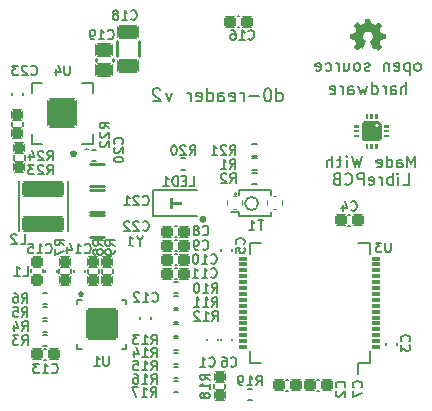
<source format=gbr>
G04 --- HEADER BEGIN --- *
G04 #@! TF.GenerationSoftware,LibrePCB,LibrePCB,1.0.1-unstable*
G04 #@! TF.CreationDate,2024-02-11T18:20:56*
G04 #@! TF.ProjectId,d0-reader,9220702f-a48e-4216-8865-87f6ea8ca353,v2*
G04 #@! TF.Part,Single*
G04 #@! TF.SameCoordinates*
G04 #@! TF.FileFunction,Legend,Bot*
G04 #@! TF.FilePolarity,Positive*
%FSLAX66Y66*%
%MOMM*%
G01*
G75*
G04 --- HEADER END --- *
G04 --- APERTURE LIST BEGIN --- *
%ADD10C,0.15*%
%ADD11C,0.2*%
%ADD12C,0.01*%
%ADD13C,0.25*%
%AMROUNDEDRECT14*20,1,0.95,-0.4,0.0,0.4,0.0,0.0*20,1,0.75,-0.5,0.0,0.5,0.0,0.0*1,1,0.2,-0.4,0.375*1,1,0.2,0.4,0.375*1,1,0.2,0.4,-0.375*1,1,0.2,-0.4,-0.375*%
%ADD14ROUNDEDRECT14*%
%AMROUNDEDRECT15*20,1,1.0,-0.425,0.0,0.425,0.0,0.0*20,1,0.8,-0.525,0.0,0.525,0.0,0.0*1,1,0.2,-0.425,0.4*1,1,0.2,0.425,0.4*1,1,0.2,0.425,-0.4*1,1,0.2,-0.425,-0.4*%
%ADD15ROUNDEDRECT15*%
%AMROUNDEDRECT16*20,1,1.2,-0.3,0.0,0.3,0.0,0.0*20,1,0.5,-0.65,0.0,0.65,0.0,0.0*1,1,0.7,-0.3,0.25*1,1,0.7,0.3,0.25*1,1,0.7,0.3,-0.25*1,1,0.7,-0.3,-0.25*%
%ADD16ROUNDEDRECT16*%
%AMROUNDEDRECT17*20,1,1.0,-0.425,0.0,0.425,0.0,90.0*20,1,0.8,-0.525,0.0,0.525,0.0,90.0*1,1,0.2,-0.4,-0.425*1,1,0.2,-0.4,0.425*1,1,0.2,0.4,0.425*1,1,0.2,0.4,-0.425*%
%ADD17ROUNDEDRECT17*%
%AMROUNDEDRECT18*20,1,0.95,-0.4,0.0,0.4,0.0,90.0*20,1,0.75,-0.5,0.0,0.5,0.0,90.0*1,1,0.2,-0.375,-0.4*1,1,0.2,-0.375,0.4*1,1,0.2,0.375,0.4*1,1,0.2,0.375,-0.4*%
%ADD18ROUNDEDRECT18*%
%AMROUNDEDRECT19*20,1,1.25,-0.8,0.0,0.8,0.0,90.0*20,1,1.05,-0.9,0.0,0.9,0.0,90.0*1,1,0.2,-0.525,-0.8*1,1,0.2,-0.525,0.8*1,1,0.2,0.525,0.8*1,1,0.2,0.525,-0.8*%
%ADD19ROUNDEDRECT19*%
%AMROUNDEDRECT20*20,1,1.0,-0.4,0.0,0.4,0.0,0.0*20,1,0.8,-0.5,0.0,0.5,0.0,0.0*1,1,0.2,-0.4,0.4*1,1,0.2,0.4,0.4*1,1,0.2,0.4,-0.4*1,1,0.2,-0.4,-0.4*%
%ADD20ROUNDEDRECT20*%
%AMOUTLINE21*4,1,22,-0.247251,-0.272493,-0.323181,-0.255163,-0.363279,-0.235853,-0.42417,-0.187294,-0.451918,-0.152498,-0.485709,-0.082328,-0.495612,-0.038941,-0.495612,0.038941,-0.485709,0.082328,-0.451918,0.152498,-0.42417,0.187294,-0.363279,0.235853,-0.323181,0.255163,-0.247251,0.272493,-0.225,0.275,0.4,0.275,0.459327,0.2555,0.5,0.175,0.5,-0.175,0.4805,-0.234327,0.4,-0.275,-0.225,-0.275,-0.247251,-0.272493,90.0*%
%ADD21OUTLINE21*%
%AMOUTLINE22*4,1,22,-0.247251,-0.272493,-0.323181,-0.255163,-0.363279,-0.235853,-0.42417,-0.187294,-0.451918,-0.152498,-0.485709,-0.082328,-0.495612,-0.038941,-0.495612,0.038941,-0.485709,0.082328,-0.451918,0.152498,-0.42417,0.187294,-0.363279,0.235853,-0.323181,0.255163,-0.247251,0.272493,-0.225,0.275,0.4,0.275,0.459327,0.2555,0.5,0.175,0.5,-0.175,0.4805,-0.234327,0.4,-0.275,-0.225,-0.275,-0.247251,-0.272493,0.0*%
%ADD22OUTLINE22*%
%AMOUTLINE23*4,1,22,-0.247251,-0.272493,-0.323181,-0.255163,-0.363279,-0.235853,-0.42417,-0.187294,-0.451918,-0.152498,-0.485709,-0.082328,-0.495612,-0.038941,-0.495612,0.038941,-0.485709,0.082328,-0.451918,0.152498,-0.42417,0.187294,-0.363279,0.235853,-0.323181,0.255163,-0.247251,0.272493,-0.225,0.275,0.4,0.275,0.459327,0.2555,0.5,0.175,0.5,-0.175,0.4805,-0.234327,0.4,-0.275,-0.225,-0.275,-0.247251,-0.272493,180.0*%
%ADD23OUTLINE23*%
%AMOUTLINE24*4,1,22,-0.247251,-0.272493,-0.323181,-0.255163,-0.363279,-0.235853,-0.42417,-0.187294,-0.451918,-0.152498,-0.485709,-0.082328,-0.495612,-0.038941,-0.495612,0.038941,-0.485709,0.082328,-0.451918,0.152498,-0.42417,0.187294,-0.363279,0.235853,-0.323181,0.255163,-0.247251,0.272493,-0.225,0.275,0.4,0.275,0.459327,0.2555,0.5,0.175,0.5,-0.175,0.4805,-0.234327,0.4,-0.275,-0.225,-0.275,-0.247251,-0.272493,270.0*%
%ADD24OUTLINE24*%
%AMROUNDEDRECT25*20,1,2.49,-1.145,0.0,1.145,0.0,0.0*20,1,2.29,-1.245,0.0,1.245,0.0,0.0*1,1,0.2,-1.145,1.145*1,1,0.2,1.145,1.145*1,1,0.2,1.145,-1.145*1,1,0.2,-1.145,-1.145*%
%ADD25ROUNDEDRECT25*%
%AMROUNDEDRECT26*20,1,0.4,-0.45,0.0,0.45,0.0,0.0*20,1,0.1,-0.6,0.0,0.6,0.0,0.0*1,1,0.3,-0.45,0.05*1,1,0.3,0.45,0.05*1,1,0.3,0.45,-0.05*1,1,0.3,-0.45,-0.05*%
%ADD26ROUNDEDRECT26*%
%AMROUNDEDRECT27*20,1,0.4,-0.45,0.0,0.45,0.0,90.0*20,1,0.1,-0.6,0.0,0.6,0.0,90.0*1,1,0.3,-0.05,-0.45*1,1,0.3,-0.05,0.45*1,1,0.3,0.05,0.45*1,1,0.3,0.05,-0.45*%
%ADD27ROUNDEDRECT27*%
%AMROUNDEDRECT28*20,1,1.3,-0.65,0.0,0.65,0.0,90.0*20,1,1.1,-0.75,0.0,0.75,0.0,90.0*1,1,0.2,-0.55,-0.65*1,1,0.2,-0.55,0.65*1,1,0.2,0.55,0.65*1,1,0.2,0.55,-0.65*%
%ADD28ROUNDEDRECT28*%
%AMROUNDEDRECT29*20,1,1.15,-0.625,0.0,0.625,0.0,0.0*20,1,0.95,-0.725,0.0,0.725,0.0,0.0*1,1,0.2,-0.625,0.475*1,1,0.2,0.625,0.475*1,1,0.2,0.625,-0.475*1,1,0.2,-0.625,-0.475*%
%ADD29ROUNDEDRECT29*%
%ADD30C,1.8*%
%ADD31C,2.7*%
%ADD32C,3.2*%
%AMROUNDEDRECT33*20,1,1.3,-1.7,0.0,1.7,0.0,0.0*20,1,1.1,-1.8,0.0,1.8,0.0,0.0*1,1,0.2,-1.7,0.55*1,1,0.2,1.7,0.55*1,1,0.2,1.7,-0.55*1,1,0.2,-1.7,-0.55*%
%ADD33ROUNDEDRECT33*%
%AMOUTLINE34*4,1,20,-0.230881,-0.236593,-0.300881,-0.217837,-0.345711,-0.191955,-0.396955,-0.140711,-0.422837,-0.095881,-0.441593,-0.025881,-0.441593,0.025881,-0.422837,0.095881,-0.396955,0.140711,-0.345711,0.191955,-0.300881,0.217837,-0.230881,0.236593,-0.205,0.24,0.345,0.24,0.404327,0.2205,0.445,0.14,0.445,-0.14,0.4255,-0.199327,0.345,-0.24,-0.205,-0.24,-0.230881,-0.236593,0.0*%
%ADD34OUTLINE34*%
%AMOUTLINE35*4,1,20,-0.230881,-0.236593,-0.300881,-0.217837,-0.345711,-0.191955,-0.396955,-0.140711,-0.422837,-0.095881,-0.441593,-0.025881,-0.441593,0.025881,-0.422837,0.095881,-0.396955,0.140711,-0.345711,0.191955,-0.300881,0.217837,-0.230881,0.236593,-0.205,0.24,0.345,0.24,0.404327,0.2205,0.445,0.14,0.445,-0.14,0.4255,-0.199327,0.345,-0.24,-0.205,-0.24,-0.230881,-0.236593,90.0*%
%ADD35OUTLINE35*%
%AMOUTLINE36*4,1,20,-0.230881,-0.236593,-0.300881,-0.217837,-0.345711,-0.191955,-0.396955,-0.140711,-0.422837,-0.095881,-0.441593,-0.025881,-0.441593,0.025881,-0.422837,0.095881,-0.396955,0.140711,-0.345711,0.191955,-0.300881,0.217837,-0.230881,0.236593,-0.205,0.24,0.345,0.24,0.404327,0.2205,0.445,0.14,0.445,-0.14,0.4255,-0.199327,0.345,-0.24,-0.205,-0.24,-0.230881,-0.236593,270.0*%
%ADD36OUTLINE36*%
%AMOUTLINE37*4,1,20,-0.230881,-0.236593,-0.300881,-0.217837,-0.345711,-0.191955,-0.396955,-0.140711,-0.422837,-0.095881,-0.441593,-0.025881,-0.441593,0.025881,-0.422837,0.095881,-0.396955,0.140711,-0.345711,0.191955,-0.300881,0.217837,-0.230881,0.236593,-0.205,0.24,0.345,0.24,0.404327,0.2205,0.445,0.14,0.445,-0.14,0.4255,-0.199327,0.345,-0.24,-0.205,-0.24,-0.230881,-0.236593,180.0*%
%ADD37OUTLINE37*%
%AMROUNDEDRECT38*20,1,2.7,-1.25,0.0,1.25,0.0,0.0*20,1,2.5,-1.35,0.0,1.35,0.0,0.0*1,1,0.2,-1.25,1.25*1,1,0.2,1.25,1.25*1,1,0.2,1.25,-1.25*1,1,0.2,-1.25,-1.25*%
%ADD38ROUNDEDRECT38*%
%AMROUNDEDRECT39*20,1,1.25,-0.8,0.0,0.8,0.0,0.0*20,1,1.05,-0.9,0.0,0.9,0.0,0.0*1,1,0.2,-0.8,0.525*1,1,0.2,0.8,0.525*1,1,0.2,0.8,-0.525*1,1,0.2,-0.8,-0.525*%
%ADD39ROUNDEDRECT39*%
G04 --- APERTURE LIST END --- *
G04 --- BOARD BEGIN --- *
D10*
G04 #@! TO.C,R18*
X-236875Y-15653125D02*
X-236875Y-15303125D01*
X713125Y-15653125D02*
X713125Y-15303125D01*
G04 #@! TO.C,C11*
X-3567500Y-5478125D02*
X-3417500Y-5478125D01*
X-3567500Y-6428125D02*
X-3417500Y-6428125D01*
G04 #@! TO.C,R7*
X-13333750Y-5890000D02*
X-13333750Y-5540000D01*
X-12383750Y-5890000D02*
X-12383750Y-5540000D01*
G04 #@! TO.C,C9*
X-3567500Y-3096875D02*
X-3417500Y-3096875D01*
X-3567500Y-4046875D02*
X-3417500Y-4046875D01*
D11*
G04 #@! TO.C,T1*
X4600000Y750000D02*
X4600000Y1100000D01*
X1900000Y1100000D01*
X1900000Y750000D01*
X1150000Y-750000D02*
X1900000Y-750000D01*
X1900000Y-1100000D01*
X4600000Y-1100000D01*
X4600000Y-750000D01*
D12*
G36*
X1700000Y800000D02*
G02*
X1400000Y800000I-150000J0D01*
G01*
G02*
X1700000Y800000I150000J0D01*
G01*
G37*
D10*
G04 #@! TO.C,C23*
X-16431875Y9361875D02*
X-16431875Y9211875D01*
X-17381875Y9361875D02*
X-17381875Y9211875D01*
G04 #@! TO.C,R17*
X-3667500Y-15003125D02*
X-3317500Y-15003125D01*
X-3667500Y-15953125D02*
X-3317500Y-15953125D01*
G04 #@! TO.C,R19*
X2953125Y-16667500D02*
X2603125Y-16667500D01*
X2953125Y-15717500D02*
X2603125Y-15717500D01*
G04 #@! TO.C,C7*
X8497500Y-14923750D02*
X8647500Y-14923750D01*
X8497500Y-15873750D02*
X8647500Y-15873750D01*
G04 #@! TO.C,C13*
X-14450625Y-13254375D02*
X-14600625Y-13254375D01*
X-14450625Y-12304375D02*
X-14600625Y-12304375D01*
G04 #@! TO.C,C8*
X-3567500Y-1906250D02*
X-3417500Y-1906250D01*
X-3567500Y-2856250D02*
X-3417500Y-2856250D01*
D13*
G04 #@! TO.C,C21*
X-9535000Y1163125D02*
X-10785000Y1163125D01*
X-9535000Y-686875D02*
X-10785000Y-686875D01*
D10*
G04 #@! TO.C,R21*
X3000000Y4999375D02*
X3350000Y4999375D01*
X3000000Y4049375D02*
X3350000Y4049375D01*
G04 #@! TO.C,R10*
X-3667500Y-6668750D02*
X-3317500Y-6668750D01*
X-3667500Y-7618750D02*
X-3317500Y-7618750D01*
G04 #@! TO.C,L1*
X-15715000Y-5590000D02*
X-15715000Y-5840000D01*
X-14765000Y-5590000D02*
X-14765000Y-5840000D01*
D13*
G04 #@! TO.C,C20*
X-9535000Y3306250D02*
X-10785000Y3306250D01*
X-9535000Y1456250D02*
X-10785000Y1456250D01*
D11*
G04 #@! TO.C,U4*
X-10496875Y9320000D02*
X-10496875Y10220000D01*
X-11396875Y10220000D01*
X-11396875Y5020000D02*
X-10496875Y5020000D01*
X-10496875Y5920000D01*
X-15696875Y5920000D02*
X-15696875Y5020000D01*
X-14796875Y5020000D01*
X-14796875Y10220000D02*
X-15696875Y10220000D01*
X-15696875Y9320000D01*
D12*
G36*
X-10779375Y4422500D02*
G02*
X-11279375Y4422500I-250000J0D01*
G01*
G02*
X-10779375Y4422500I250000J0D01*
G01*
G37*
D10*
G04 #@! TO.C,R22*
X-10223125Y3573125D02*
X-10573125Y3573125D01*
X-10223125Y4523125D02*
X-10573125Y4523125D01*
G04 #@! TO.C,C2*
X5878125Y-14923750D02*
X6028125Y-14923750D01*
X5878125Y-15873750D02*
X6028125Y-15873750D01*
D11*
G04 #@! TO.C,U3*
X12958125Y-12513750D02*
X12958125Y-13513750D01*
X11958125Y-13513750D01*
X11958125Y-14463750D01*
X2758125Y-12513750D02*
X2758125Y-13513750D01*
X3758125Y-13513750D01*
X12958125Y-4313750D02*
X12958125Y-3313750D01*
X11958125Y-3313750D01*
X2758125Y-4313750D02*
X2758125Y-3313750D01*
X3758125Y-3313750D01*
D10*
G04 #@! TO.C,C6*
X1268750Y-11434375D02*
X1268750Y-11584375D01*
X318750Y-11434375D02*
X318750Y-11584375D01*
G04 #@! TO.C,R11*
X-3317500Y-8809375D02*
X-3667500Y-8809375D01*
X-3317500Y-7859375D02*
X-3667500Y-7859375D01*
G04 #@! TO.C,C14*
X-12143125Y-5790000D02*
X-12143125Y-5640000D01*
X-11193125Y-5790000D02*
X-11193125Y-5640000D01*
G04 #@! TO.C,R1*
X3000000Y3808750D02*
X3350000Y3808750D01*
X3000000Y2858750D02*
X3350000Y2858750D01*
G04 #@! TO.C,R2*
X3000000Y2618125D02*
X3350000Y2618125D01*
X3000000Y1668125D02*
X3350000Y1668125D01*
D13*
G04 #@! TO.C,C19*
X-10275000Y12269375D02*
X-10275000Y12019375D01*
X-8775000Y12269375D02*
X-8775000Y12019375D01*
D10*
G04 #@! TO.C,R20*
X-2682500Y2858750D02*
X-3032500Y2858750D01*
X-2682500Y3808750D02*
X-3032500Y3808750D01*
G04 #@! TO.C,C1*
X78125Y-11434375D02*
X78125Y-11584375D01*
X-871875Y-11434375D02*
X-871875Y-11584375D01*
G04 #@! TO.C,R16*
X-3667500Y-13812500D02*
X-3317500Y-13812500D01*
X-3667500Y-14762500D02*
X-3317500Y-14762500D01*
D11*
G04 #@! TO.C,L2*
X-12584375Y-2338125D02*
X-12584375Y1861875D01*
X-16784375Y1861875D02*
X-16784375Y-2338125D01*
D10*
G04 #@! TO.C,R14*
X-3317500Y-12381250D02*
X-3667500Y-12381250D01*
X-3317500Y-11431250D02*
X-3667500Y-11431250D01*
G04 #@! TO.C,R23*
X-16273125Y4064375D02*
X-16273125Y3714375D01*
X-17223125Y4064375D02*
X-17223125Y3714375D01*
D13*
G04 #@! TO.C,C22*
X-9535000Y-980000D02*
X-10785000Y-980000D01*
X-9535000Y-2830000D02*
X-10785000Y-2830000D01*
D11*
G04 #@! TO.C,LED1*
X-1650000Y-1100000D02*
X-5450000Y-1100000D01*
X-5450000Y1100000D01*
X-1650000Y1100000D01*
D10*
G04 #@! TO.C,R8*
X-10002500Y-5540000D02*
X-10002500Y-5890000D01*
X-10952500Y-5540000D02*
X-10952500Y-5890000D01*
G04 #@! TO.C,C10*
X-3567500Y-4287500D02*
X-3417500Y-4287500D01*
X-3567500Y-5237500D02*
X-3417500Y-5237500D01*
G04 #@! TO.C,C4*
X11266875Y-1903750D02*
X11116875Y-1903750D01*
X11266875Y-953750D02*
X11116875Y-953750D01*
G04 #@! TO.C,C3*
X14288750Y-11981250D02*
X14288750Y-11831250D01*
X15238750Y-11981250D02*
X15238750Y-11831250D01*
D11*
G04 #@! TO.C,U1*
X-11863125Y-11939375D02*
X-11863125Y-12339375D01*
X-11463125Y-12339375D01*
X-7663125Y-8539375D02*
X-7663125Y-8139375D01*
X-8063125Y-8139375D01*
X-8063125Y-12339375D02*
X-7663125Y-12339375D01*
X-7663125Y-11939375D01*
X-11463125Y-8139375D02*
X-11863125Y-8139375D01*
X-11863125Y-8539375D01*
D12*
G36*
X-11263125Y-7676875D02*
G02*
X-11763125Y-7676875I-250000J0D01*
G01*
G02*
X-11263125Y-7676875I250000J0D01*
G01*
G37*
D10*
G04 #@! TO.C,R3*
X-14350625Y-12063750D02*
X-14700625Y-12063750D01*
X-14350625Y-11113750D02*
X-14700625Y-11113750D01*
D12*
G04 #@! TO.C,LOGO2*
G36*
X12036875Y5811875D02*
X11616875Y5811875D01*
X11616875Y5611875D01*
X12036875Y5611875D01*
X12036875Y5811875D01*
G37*
G36*
X13196875Y7171875D02*
X12996875Y7171875D01*
X12996875Y7591875D01*
X13196875Y7591875D01*
X13196875Y7171875D01*
G37*
G36*
X13596875Y7171875D02*
X13396875Y7171875D01*
X13396875Y7591875D01*
X13596875Y7591875D01*
X13596875Y7171875D01*
G37*
G36*
X14156875Y6611875D02*
X14576875Y6611875D01*
X14576875Y6411875D01*
X14156875Y6411875D01*
X14156875Y6611875D01*
G37*
G36*
X13196875Y5051875D02*
X12996875Y5051875D01*
X12996875Y4631875D01*
X13196875Y4631875D01*
X13196875Y5051875D01*
G37*
G36*
X13731875Y6958875D02*
X12461875Y6958875D01*
G03*
X12249875Y6746875I0J-212000D01*
G01*
X12249875Y5476875D01*
G03*
X12461875Y5264875I212000J0D01*
G01*
X13731875Y5264875D01*
G03*
X13943875Y5476875I0J212000D01*
G01*
X13943875Y6576875D01*
X13728875Y6576875D01*
G02*
X13561875Y6409875I-167000J0D01*
G01*
G02*
X13394875Y6576875I0J167000D01*
G01*
G02*
X13561875Y6743875I167000J0D01*
G01*
G02*
X13728875Y6576875I0J-167000D01*
G01*
X13943875Y6576875D01*
X13943875Y6746875D01*
G03*
X13731875Y6958875I-212000J0D01*
G01*
G37*
G36*
X12036875Y6611875D02*
X11616875Y6611875D01*
X11616875Y6411875D01*
X12036875Y6411875D01*
X12036875Y6611875D01*
G37*
G36*
X12796875Y7171875D02*
X12596875Y7171875D01*
X12596875Y7591875D01*
X12796875Y7591875D01*
X12796875Y7171875D01*
G37*
G36*
X14156875Y6211875D02*
X14576875Y6211875D01*
X14576875Y6011875D01*
X14156875Y6011875D01*
X14156875Y6211875D01*
G37*
G36*
X13596875Y5051875D02*
X13396875Y5051875D01*
X13396875Y4631875D01*
X13596875Y4631875D01*
X13596875Y5051875D01*
G37*
G36*
X14156875Y5811875D02*
X14576875Y5811875D01*
X14576875Y5611875D01*
X14156875Y5611875D01*
X14156875Y5811875D01*
G37*
G36*
X12796875Y5051875D02*
X12596875Y5051875D01*
X12596875Y4631875D01*
X12796875Y4631875D01*
X12796875Y5051875D01*
G37*
G36*
X12036875Y6211875D02*
X11616875Y6211875D01*
X11616875Y6011875D01*
X12036875Y6011875D01*
X12036875Y6211875D01*
G37*
D11*
X16790070Y3048125D02*
X16790070Y4048125D01*
X16456737Y3333681D01*
X16123403Y4048125D01*
X16123403Y3048125D01*
X15246736Y3048125D02*
X15246736Y3571458D01*
X15294514Y3667014D01*
X15390070Y3714792D01*
X15580070Y3714792D01*
X15675625Y3667014D01*
X15246736Y3095903D02*
X15342292Y3048125D01*
X15580070Y3048125D01*
X15675625Y3095903D01*
X15723403Y3191458D01*
X15723403Y3285903D01*
X15675625Y3381458D01*
X15580070Y3429236D01*
X15342292Y3429236D01*
X15246736Y3477014D01*
X14370069Y3048125D02*
X14370069Y4048125D01*
X14370069Y3095903D02*
X14465625Y3048125D01*
X14656736Y3048125D01*
X14751180Y3095903D01*
X14798958Y3143681D01*
X14846736Y3238125D01*
X14846736Y3524792D01*
X14798958Y3619236D01*
X14751180Y3667014D01*
X14656736Y3714792D01*
X14465625Y3714792D01*
X14370069Y3667014D01*
X13541180Y3095903D02*
X13636736Y3048125D01*
X13826736Y3048125D01*
X13922291Y3095903D01*
X13970069Y3191458D01*
X13970069Y3571458D01*
X13922291Y3667014D01*
X13826736Y3714792D01*
X13636736Y3714792D01*
X13541180Y3667014D01*
X13493402Y3571458D01*
X13493402Y3477014D01*
X13970069Y3381458D01*
X12293403Y4048125D02*
X12055625Y3048125D01*
X11864514Y3762569D01*
X11674514Y3048125D01*
X11436736Y4048125D01*
X10988958Y3048125D02*
X10988958Y3714792D01*
X10988958Y4048125D02*
X11036736Y4000347D01*
X10988958Y3952569D01*
X10941180Y4000347D01*
X10988958Y4048125D01*
X10988958Y3952569D01*
X10541180Y3714792D02*
X10160069Y3714792D01*
X10397847Y4048125D02*
X10397847Y3191458D01*
X10351180Y3095903D01*
X10255624Y3048125D01*
X10160069Y3048125D01*
X9760069Y3048125D02*
X9760069Y4048125D01*
X9331180Y3048125D02*
X9331180Y3571458D01*
X9378958Y3667014D01*
X9474513Y3714792D01*
X9616736Y3714792D01*
X9712291Y3667014D01*
X9760069Y3619236D01*
X15770070Y1568125D02*
X16246737Y1568125D01*
X16246737Y2568125D01*
X15322292Y1568125D02*
X15322292Y2234792D01*
X15322292Y2568125D02*
X15370070Y2520347D01*
X15322292Y2472569D01*
X15274514Y2520347D01*
X15322292Y2568125D01*
X15322292Y2472569D01*
X14874514Y1568125D02*
X14874514Y2568125D01*
X14874514Y2187014D02*
X14778958Y2234792D01*
X14588958Y2234792D01*
X14493403Y2187014D01*
X14445625Y2139236D01*
X14397847Y2044792D01*
X14397847Y1758125D01*
X14445625Y1663681D01*
X14493403Y1615903D01*
X14588958Y1568125D01*
X14778958Y1568125D01*
X14874514Y1615903D01*
X13997847Y1568125D02*
X13997847Y2234792D01*
X13997847Y2044792D02*
X13950069Y2139236D01*
X13902291Y2187014D01*
X13807847Y2234792D01*
X13712291Y2234792D01*
X12883402Y1615903D02*
X12978958Y1568125D01*
X13168958Y1568125D01*
X13264513Y1615903D01*
X13312291Y1711458D01*
X13312291Y2091458D01*
X13264513Y2187014D01*
X13168958Y2234792D01*
X12978958Y2234792D01*
X12883402Y2187014D01*
X12835624Y2091458D01*
X12835624Y1997014D01*
X13312291Y1901458D01*
X12435624Y1568125D02*
X12435624Y2568125D01*
X12054513Y2568125D01*
X11958957Y2520347D01*
X11912291Y2472569D01*
X11864513Y2378125D01*
X11864513Y2234792D01*
X11912291Y2139236D01*
X11958957Y2091458D01*
X12054513Y2044792D01*
X12435624Y2044792D01*
X10845624Y1663681D02*
X10893402Y1615903D01*
X11035624Y1568125D01*
X11131180Y1568125D01*
X11274513Y1615903D01*
X11368957Y1711458D01*
X11416735Y1805903D01*
X11464513Y1997014D01*
X11464513Y2139236D01*
X11416735Y2330347D01*
X11368957Y2424792D01*
X11274513Y2520347D01*
X11131180Y2568125D01*
X11035624Y2568125D01*
X10893402Y2520347D01*
X10845624Y2472569D01*
X10112291Y2091458D02*
X9968957Y2044792D01*
X9922291Y1997014D01*
X9874513Y1901458D01*
X9874513Y1758125D01*
X9922291Y1663681D01*
X9968957Y1615903D01*
X10064513Y1568125D01*
X10445624Y1568125D01*
X10445624Y2568125D01*
X10112291Y2568125D01*
X10016735Y2520347D01*
X9968957Y2472569D01*
X9922291Y2378125D01*
X9922291Y2282569D01*
X9968957Y2187014D01*
X10016735Y2139236D01*
X10112291Y2091458D01*
X10445624Y2091458D01*
D10*
G04 #@! TO.C,R13*
X-3667500Y-10240625D02*
X-3317500Y-10240625D01*
X-3667500Y-11190625D02*
X-3317500Y-11190625D01*
G04 #@! TO.C,R12*
X-3317500Y-10000000D02*
X-3667500Y-10000000D01*
X-3317500Y-9050000D02*
X-3667500Y-9050000D01*
G04 #@! TO.C,C5*
X1268750Y-3893750D02*
X1268750Y-4043750D01*
X318750Y-3893750D02*
X318750Y-4043750D01*
G04 #@! TO.C,C15*
X-14524375Y-5790000D02*
X-14524375Y-5640000D01*
X-13574375Y-5790000D02*
X-13574375Y-5640000D01*
G04 #@! TO.C,R9*
X-9761875Y-5890000D02*
X-9761875Y-5540000D01*
X-8811875Y-5890000D02*
X-8811875Y-5540000D01*
D12*
G04 #@! TO.C,OSHW2*
G36*
X12600960Y13741115D02*
G02*
X12957790Y13741115I178415J387635D01*
G01*
G03*
X12947890Y13716030I8153J-17714D01*
G01*
X13203716Y13089473D01*
G03*
X13229232Y13078828I18054J7371D01*
G01*
X13368188Y13136386D01*
G02*
X13386578Y13134521I7462J-18017D01*
G01*
X13692177Y12927768D01*
G03*
X13716893Y12930130I10927J16151D01*
G01*
X13977995Y13191232D01*
G03*
X13980357Y13215948I-13789J13789D01*
G01*
X13773604Y13521547D01*
G02*
X13771739Y13539937I16152J10928D01*
G01*
X13897436Y13843397D01*
G02*
X13911758Y13855081I18015J-7463D01*
G01*
X14274046Y13924976D01*
G03*
X14289852Y13944123I-3694J19147D01*
G01*
X14289852Y14313377D01*
G03*
X14274046Y14332524I-19500J0D01*
G01*
X13911758Y14402419D01*
G02*
X13897436Y14414103I3693J19147D01*
G01*
X13771739Y14717563D01*
G02*
X13773604Y14735953I18017J7462D01*
G01*
X13980357Y15041552D01*
G03*
X13977995Y15066268I-16151J10927D01*
G01*
X13716893Y15327370D01*
G03*
X13692177Y15329732I-13789J-13789D01*
G01*
X13386578Y15122979D01*
G02*
X13368188Y15121114I-10928J16152D01*
G01*
X13064728Y15246811D01*
G02*
X13053044Y15261133I7463J18015D01*
G01*
X12983149Y15623421D01*
G03*
X12964002Y15639227I-19147J-3694D01*
G01*
X12594748Y15639227D01*
G03*
X12575601Y15623421I0J-19500D01*
G01*
X12505706Y15261133D01*
G02*
X12494022Y15246811I-19147J3693D01*
G01*
X12190562Y15121114D01*
G02*
X12172172Y15122979I-7462J18017D01*
G01*
X11866573Y15329732D01*
G03*
X11841857Y15327370I-10927J-16151D01*
G01*
X11580755Y15066268D01*
G03*
X11578393Y15041552I13789J-13789D01*
G01*
X11785146Y14735953D01*
G02*
X11787011Y14717563I-16152J-10928D01*
G01*
X11661314Y14414103D01*
G02*
X11646992Y14402419I-18015J7463D01*
G01*
X11284704Y14332524D01*
G03*
X11268898Y14313377I3694J-19147D01*
G01*
X11268898Y13944123D01*
G03*
X11284704Y13924976I19500J0D01*
G01*
X11646992Y13855081D01*
G02*
X11661314Y13843397I-3693J-19147D01*
G01*
X11787011Y13539937D01*
G02*
X11785146Y13521547I-18017J-7462D01*
G01*
X11578393Y13215948D01*
G03*
X11580755Y13191232I16151J-10927D01*
G01*
X11841857Y12930130D01*
G03*
X11866573Y12927768I13789J13789D01*
G01*
X12172172Y13134521D01*
G02*
X12190562Y13136386I10928J-16152D01*
G01*
X12329518Y13078828D01*
G03*
X12355034Y13089473I7462J18016D01*
G01*
X12610860Y13716030D01*
G03*
X12600960Y13741115I-18053J7371D01*
G01*
G37*
D11*
X17052153Y11223750D02*
X17146597Y11271528D01*
X17194375Y11319306D01*
X17242153Y11413750D01*
X17242153Y11700417D01*
X17194375Y11794861D01*
X17146597Y11842639D01*
X17052153Y11890417D01*
X16908820Y11890417D01*
X16813264Y11842639D01*
X16765486Y11794861D01*
X16718820Y11700417D01*
X16718820Y11413750D01*
X16765486Y11319306D01*
X16813264Y11271528D01*
X16908820Y11223750D01*
X17052153Y11223750D01*
X16318820Y11890417D02*
X16318820Y10890417D01*
X16318820Y11842639D02*
X16223264Y11890417D01*
X16033264Y11890417D01*
X15937709Y11842639D01*
X15889931Y11794861D01*
X15842153Y11700417D01*
X15842153Y11413750D01*
X15889931Y11319306D01*
X15937709Y11271528D01*
X16033264Y11223750D01*
X16223264Y11223750D01*
X16318820Y11271528D01*
X15013264Y11271528D02*
X15108820Y11223750D01*
X15298820Y11223750D01*
X15394375Y11271528D01*
X15442153Y11367083D01*
X15442153Y11747083D01*
X15394375Y11842639D01*
X15298820Y11890417D01*
X15108820Y11890417D01*
X15013264Y11842639D01*
X14965486Y11747083D01*
X14965486Y11652639D01*
X15442153Y11557083D01*
X14565486Y11890417D02*
X14565486Y11223750D01*
X14565486Y11794861D02*
X14517708Y11842639D01*
X14422153Y11890417D01*
X14279930Y11890417D01*
X14184375Y11842639D01*
X14136597Y11747083D01*
X14136597Y11223750D01*
X12936598Y11271528D02*
X12841042Y11223750D01*
X12651042Y11223750D01*
X12555487Y11271528D01*
X12507709Y11367083D01*
X12507709Y11413750D01*
X12555487Y11509306D01*
X12651042Y11557083D01*
X12793265Y11557083D01*
X12888820Y11604861D01*
X12936598Y11700417D01*
X12936598Y11747083D01*
X12888820Y11842639D01*
X12793265Y11890417D01*
X12651042Y11890417D01*
X12555487Y11842639D01*
X11917709Y11223750D02*
X12012153Y11271528D01*
X12059931Y11319306D01*
X12107709Y11413750D01*
X12107709Y11700417D01*
X12059931Y11794861D01*
X12012153Y11842639D01*
X11917709Y11890417D01*
X11774376Y11890417D01*
X11678820Y11842639D01*
X11631042Y11794861D01*
X11584376Y11700417D01*
X11584376Y11413750D01*
X11631042Y11319306D01*
X11678820Y11271528D01*
X11774376Y11223750D01*
X11917709Y11223750D01*
X10755487Y11890417D02*
X10755487Y11223750D01*
X11184376Y11890417D02*
X11184376Y11367083D01*
X11136598Y11271528D01*
X11041043Y11223750D01*
X10898820Y11223750D01*
X10803265Y11271528D01*
X10755487Y11319306D01*
X10355487Y11223750D02*
X10355487Y11890417D01*
X10355487Y11700417D02*
X10307709Y11794861D01*
X10259931Y11842639D01*
X10165487Y11890417D01*
X10069931Y11890417D01*
X9193264Y11271528D02*
X9288820Y11223750D01*
X9479931Y11223750D01*
X9574375Y11271528D01*
X9622153Y11319306D01*
X9669931Y11413750D01*
X9669931Y11700417D01*
X9622153Y11794861D01*
X9574375Y11842639D01*
X9479931Y11890417D01*
X9288820Y11890417D01*
X9193264Y11842639D01*
X8364375Y11271528D02*
X8459931Y11223750D01*
X8649931Y11223750D01*
X8745486Y11271528D01*
X8793264Y11367083D01*
X8793264Y11747083D01*
X8745486Y11842639D01*
X8649931Y11890417D01*
X8459931Y11890417D01*
X8364375Y11842639D01*
X8316597Y11747083D01*
X8316597Y11652639D01*
X8793264Y11557083D01*
X16013820Y9245973D02*
X16013820Y10245973D01*
X15584931Y9245973D02*
X15584931Y9769306D01*
X15632709Y9864862D01*
X15728264Y9912640D01*
X15870487Y9912640D01*
X15966042Y9864862D01*
X16013820Y9817084D01*
X14708264Y9245973D02*
X14708264Y9769306D01*
X14756042Y9864862D01*
X14851598Y9912640D01*
X15041598Y9912640D01*
X15137153Y9864862D01*
X14708264Y9293751D02*
X14803820Y9245973D01*
X15041598Y9245973D01*
X15137153Y9293751D01*
X15184931Y9389306D01*
X15184931Y9483751D01*
X15137153Y9579306D01*
X15041598Y9627084D01*
X14803820Y9627084D01*
X14708264Y9674862D01*
X14308264Y9245973D02*
X14308264Y9912640D01*
X14308264Y9722640D02*
X14260486Y9817084D01*
X14212708Y9864862D01*
X14118264Y9912640D01*
X14022708Y9912640D01*
X13146041Y9245973D02*
X13146041Y10245973D01*
X13146041Y9293751D02*
X13241597Y9245973D01*
X13432708Y9245973D01*
X13527152Y9293751D01*
X13574930Y9341529D01*
X13622708Y9435973D01*
X13622708Y9722640D01*
X13574930Y9817084D01*
X13527152Y9864862D01*
X13432708Y9912640D01*
X13241597Y9912640D01*
X13146041Y9864862D01*
X12746041Y9912640D02*
X12556041Y9245973D01*
X12364930Y9722640D01*
X12174930Y9245973D01*
X11983819Y9912640D01*
X11107152Y9245973D02*
X11107152Y9769306D01*
X11154930Y9864862D01*
X11250486Y9912640D01*
X11440486Y9912640D01*
X11536041Y9864862D01*
X11107152Y9293751D02*
X11202708Y9245973D01*
X11440486Y9245973D01*
X11536041Y9293751D01*
X11583819Y9389306D01*
X11583819Y9483751D01*
X11536041Y9579306D01*
X11440486Y9627084D01*
X11202708Y9627084D01*
X11107152Y9674862D01*
X10707152Y9245973D02*
X10707152Y9912640D01*
X10707152Y9722640D02*
X10659374Y9817084D01*
X10611596Y9864862D01*
X10517152Y9912640D01*
X10421596Y9912640D01*
X9592707Y9293751D02*
X9688263Y9245973D01*
X9878263Y9245973D01*
X9973818Y9293751D01*
X10021596Y9389306D01*
X10021596Y9769306D01*
X9973818Y9864862D01*
X9878263Y9912640D01*
X9688263Y9912640D01*
X9592707Y9864862D01*
X9544929Y9769306D01*
X9544929Y9674862D01*
X10021596Y9579306D01*
D10*
G04 #@! TO.C,R5*
X-14350625Y-9682500D02*
X-14700625Y-9682500D01*
X-14350625Y-8732500D02*
X-14700625Y-8732500D01*
G04 #@! TO.C,C12*
X-6507500Y-9758750D02*
X-6507500Y-9608750D01*
X-5557500Y-9758750D02*
X-5557500Y-9608750D01*
G04 #@! TO.C,R6*
X-14350625Y-8491875D02*
X-14700625Y-8491875D01*
X-14350625Y-7541875D02*
X-14700625Y-7541875D01*
G04 #@! TO.C,R24*
X-16431875Y6921875D02*
X-16431875Y6571875D01*
X-17381875Y6921875D02*
X-17381875Y6571875D01*
D13*
G04 #@! TO.C,C18*
X-8465625Y13721875D02*
X-8465625Y12471875D01*
X-6615625Y13721875D02*
X-6615625Y12471875D01*
D10*
G04 #@! TO.C,R15*
X-3317500Y-13571875D02*
X-3667500Y-13571875D01*
X-3317500Y-12621875D02*
X-3667500Y-12621875D01*
G04 #@! TO.C,R4*
X-14350625Y-10873125D02*
X-14700625Y-10873125D01*
X-14350625Y-9923125D02*
X-14700625Y-9923125D01*
G04 #@! TO.C,C16*
X1750625Y15873750D02*
X1900625Y15873750D01*
X1750625Y14923750D02*
X1900625Y14923750D01*
D12*
G04 #@! TD*
G36*
X-12444375Y4206875D02*
G03*
X-11844375Y4206875I300000J0D01*
G01*
G03*
X-12444375Y4206875I-300000J0D01*
G01*
G37*
D11*
X2381250Y0D02*
G03*
X3492500Y0I555625J0D01*
G01*
G03*
X2381250Y0I-555625J0D01*
G01*
D12*
G36*
X-1490625Y-1349375D02*
G03*
X-890625Y-1349375I300000J0D01*
G01*
G03*
X-1490625Y-1349375I-300000J0D01*
G01*
G37*
G36*
X-3968750Y476250D02*
X-3730625Y476250D01*
X-3730625Y158750D01*
X-2936875Y158750D01*
X-2936875Y-158750D01*
X-3730625Y-158750D01*
X-3730625Y-476250D01*
X-3968750Y-476250D01*
X-3968750Y476250D01*
G37*
D11*
X5031917Y8651875D02*
X5031917Y9751875D01*
X5031917Y8704431D02*
X5137028Y8651875D01*
X5347250Y8651875D01*
X5451139Y8704431D01*
X5503694Y8756986D01*
X5556250Y8860875D01*
X5556250Y9176208D01*
X5503694Y9280097D01*
X5451139Y9332653D01*
X5347250Y9385208D01*
X5137028Y9385208D01*
X5031917Y9332653D01*
X4350361Y9751875D02*
X4245250Y9751875D01*
X4140139Y9699319D01*
X4087584Y9646764D01*
X4036250Y9542875D01*
X3983695Y9332653D01*
X3983695Y9071097D01*
X4036250Y8860875D01*
X4087584Y8756986D01*
X4140139Y8704431D01*
X4245250Y8651875D01*
X4350361Y8651875D01*
X4454250Y8704431D01*
X4506806Y8756986D01*
X4559361Y8860875D01*
X4611917Y9071097D01*
X4611917Y9332653D01*
X4559361Y9542875D01*
X4506806Y9646764D01*
X4454250Y9699319D01*
X4350361Y9751875D01*
X3563695Y9071097D02*
X2725251Y9071097D01*
X2305251Y8651875D02*
X2305251Y9385208D01*
X2305251Y9176208D02*
X2252695Y9280097D01*
X2200140Y9332653D01*
X2096251Y9385208D01*
X1991140Y9385208D01*
X1099362Y8704431D02*
X1204473Y8651875D01*
X1413473Y8651875D01*
X1518584Y8704431D01*
X1571140Y8809542D01*
X1571140Y9227542D01*
X1518584Y9332653D01*
X1413473Y9385208D01*
X1204473Y9385208D01*
X1099362Y9332653D01*
X1046807Y9227542D01*
X1046807Y9123653D01*
X1571140Y9018542D01*
X102474Y8651875D02*
X102474Y9227542D01*
X155029Y9332653D01*
X260140Y9385208D01*
X469140Y9385208D01*
X574251Y9332653D01*
X102474Y8704431D02*
X207585Y8651875D01*
X469140Y8651875D01*
X574251Y8704431D01*
X626807Y8809542D01*
X626807Y8913431D01*
X574251Y9018542D01*
X469140Y9071097D01*
X207585Y9071097D01*
X102474Y9123653D01*
X-841859Y8651875D02*
X-841859Y9751875D01*
X-841859Y8704431D02*
X-736748Y8651875D01*
X-526526Y8651875D01*
X-422637Y8704431D01*
X-370082Y8756986D01*
X-317526Y8860875D01*
X-317526Y9176208D01*
X-370082Y9280097D01*
X-422637Y9332653D01*
X-526526Y9385208D01*
X-736748Y9385208D01*
X-841859Y9332653D01*
X-1733637Y8704431D02*
X-1628526Y8651875D01*
X-1419526Y8651875D01*
X-1314415Y8704431D01*
X-1261859Y8809542D01*
X-1261859Y9227542D01*
X-1314415Y9332653D01*
X-1419526Y9385208D01*
X-1628526Y9385208D01*
X-1733637Y9332653D01*
X-1786192Y9227542D01*
X-1786192Y9123653D01*
X-1261859Y9018542D01*
X-2206192Y8651875D02*
X-2206192Y9385208D01*
X-2206192Y9176208D02*
X-2258748Y9280097D01*
X-2311303Y9332653D01*
X-2415192Y9385208D01*
X-2520303Y9385208D01*
X-3800302Y9385208D02*
X-4061858Y8651875D01*
X-4324635Y9385208D01*
X-4797191Y9646764D02*
X-4849746Y9699319D01*
X-4953635Y9751875D01*
X-5216413Y9751875D01*
X-5320302Y9699319D01*
X-5372857Y9646764D01*
X-5425413Y9542875D01*
X-5425413Y9437764D01*
X-5372857Y9280097D01*
X-4744635Y8651875D01*
X-5425413Y8651875D01*
D10*
G04 #@! TO.C,R18*
X-625625Y-14939681D02*
X-1006958Y-14673014D01*
X-625625Y-14482792D02*
X-1425625Y-14482792D01*
X-1425625Y-14787681D01*
X-1387403Y-14864125D01*
X-1349181Y-14901459D01*
X-1273625Y-14939681D01*
X-1158958Y-14939681D01*
X-1082514Y-14901459D01*
X-1044292Y-14864125D01*
X-1006958Y-14787681D01*
X-1006958Y-14482792D01*
X-625625Y-15706570D02*
X-625625Y-15249681D01*
X-625625Y-15478125D02*
X-1425625Y-15478125D01*
X-1310958Y-15401681D01*
X-1235403Y-15326125D01*
X-1197181Y-15249681D01*
X-1082514Y-16168570D02*
X-1120736Y-16093014D01*
X-1158958Y-16054792D01*
X-1235403Y-16016570D01*
X-1273625Y-16016570D01*
X-1349181Y-16054792D01*
X-1387403Y-16093014D01*
X-1425625Y-16168570D01*
X-1425625Y-16321459D01*
X-1387403Y-16397903D01*
X-1349181Y-16435237D01*
X-1273625Y-16473459D01*
X-1235403Y-16473459D01*
X-1158958Y-16435237D01*
X-1120736Y-16397903D01*
X-1082514Y-16321459D01*
X-1082514Y-16168570D01*
X-1044292Y-16093014D01*
X-1006958Y-16054792D01*
X-930514Y-16016570D01*
X-777625Y-16016570D01*
X-702069Y-16054792D01*
X-663847Y-16093014D01*
X-625625Y-16168570D01*
X-625625Y-16321459D01*
X-663847Y-16397903D01*
X-702069Y-16435237D01*
X-777625Y-16473459D01*
X-930514Y-16473459D01*
X-1006958Y-16435237D01*
X-1044292Y-16397903D01*
X-1082514Y-16321459D01*
G04 #@! TO.C,C11*
X-512542Y-6203556D02*
X-474320Y-6241778D01*
X-360542Y-6280000D01*
X-284098Y-6280000D01*
X-169431Y-6241778D01*
X-93875Y-6165333D01*
X-55653Y-6089778D01*
X-17431Y-5936889D01*
X-17431Y-5823111D01*
X-55653Y-5670222D01*
X-93875Y-5594667D01*
X-169431Y-5518222D01*
X-284098Y-5480000D01*
X-360542Y-5480000D01*
X-474320Y-5518222D01*
X-512542Y-5556444D01*
X-1279431Y-6280000D02*
X-822542Y-6280000D01*
X-1050986Y-6280000D02*
X-1050986Y-5480000D01*
X-974542Y-5594667D01*
X-898986Y-5670222D01*
X-822542Y-5708444D01*
X-2046320Y-6280000D02*
X-1589431Y-6280000D01*
X-1817875Y-6280000D02*
X-1817875Y-5480000D01*
X-1741431Y-5594667D01*
X-1665875Y-5670222D01*
X-1589431Y-5708444D01*
G04 #@! TO.C,R7*
X-12922500Y-3537403D02*
X-13303833Y-3270736D01*
X-12922500Y-3080514D02*
X-13722500Y-3080514D01*
X-13722500Y-3385403D01*
X-13684278Y-3461847D01*
X-13646056Y-3499181D01*
X-13570500Y-3537403D01*
X-13455833Y-3537403D01*
X-13379389Y-3499181D01*
X-13341167Y-3461847D01*
X-13303833Y-3385403D01*
X-13303833Y-3080514D01*
X-13722500Y-3847403D02*
X-13722500Y-4380736D01*
X-12922500Y-4037625D01*
G04 #@! TO.C,C9*
X-1213486Y-3822306D02*
X-1175264Y-3860528D01*
X-1061486Y-3898750D01*
X-985042Y-3898750D01*
X-870375Y-3860528D01*
X-794819Y-3784083D01*
X-756597Y-3708528D01*
X-718375Y-3555639D01*
X-718375Y-3441861D01*
X-756597Y-3288972D01*
X-794819Y-3213417D01*
X-870375Y-3136972D01*
X-985042Y-3098750D01*
X-1061486Y-3098750D01*
X-1175264Y-3136972D01*
X-1213486Y-3175194D01*
X-1599930Y-3898750D02*
X-1751930Y-3898750D01*
X-1828375Y-3860528D01*
X-1866597Y-3822306D01*
X-1942153Y-3708528D01*
X-1980375Y-3555639D01*
X-1980375Y-3250750D01*
X-1942153Y-3175194D01*
X-1904819Y-3136972D01*
X-1828375Y-3098750D01*
X-1675486Y-3098750D01*
X-1599930Y-3136972D01*
X-1561708Y-3175194D01*
X-1523486Y-3250750D01*
X-1523486Y-3441861D01*
X-1561708Y-3517417D01*
X-1599930Y-3555639D01*
X-1675486Y-3593861D01*
X-1828375Y-3593861D01*
X-1904819Y-3555639D01*
X-1942153Y-3517417D01*
X-1980375Y-3441861D01*
G04 #@! TO.C,T1*
X3941264Y-1428750D02*
X3484375Y-1428750D01*
X3712820Y-2228750D02*
X3712820Y-1428750D01*
X2717486Y-2228750D02*
X3174375Y-2228750D01*
X2945931Y-2228750D02*
X2945931Y-1428750D01*
X3022375Y-1543417D01*
X3097931Y-1618972D01*
X3174375Y-1657194D01*
G04 #@! TO.C,C23*
X-15714320Y10950819D02*
X-15676098Y10912597D01*
X-15562320Y10874375D01*
X-15485876Y10874375D01*
X-15371209Y10912597D01*
X-15295653Y10989042D01*
X-15257431Y11064597D01*
X-15219209Y11217486D01*
X-15219209Y11331264D01*
X-15257431Y11484153D01*
X-15295653Y11559708D01*
X-15371209Y11636153D01*
X-15485876Y11674375D01*
X-15562320Y11674375D01*
X-15676098Y11636153D01*
X-15714320Y11597931D01*
X-16062542Y11597931D02*
X-16100764Y11636153D01*
X-16176320Y11674375D01*
X-16367431Y11674375D01*
X-16442987Y11636153D01*
X-16481209Y11597931D01*
X-16519431Y11522375D01*
X-16519431Y11445931D01*
X-16481209Y11331264D01*
X-16024320Y10874375D01*
X-16519431Y10874375D01*
X-16829431Y11674375D02*
X-17324542Y11674375D01*
X-17057875Y11369486D01*
X-17172542Y11369486D01*
X-17248098Y11331264D01*
X-17286320Y11293042D01*
X-17324542Y11217486D01*
X-17324542Y11026375D01*
X-17286320Y10950819D01*
X-17248098Y10912597D01*
X-17172542Y10874375D01*
X-16944098Y10874375D01*
X-16867653Y10912597D01*
X-16829431Y10950819D01*
G04 #@! TO.C,R17*
X-5614584Y-16360625D02*
X-5347917Y-15979292D01*
X-5157695Y-16360625D02*
X-5157695Y-15560625D01*
X-5462584Y-15560625D01*
X-5539028Y-15598847D01*
X-5576362Y-15637069D01*
X-5614584Y-15712625D01*
X-5614584Y-15827292D01*
X-5576362Y-15903736D01*
X-5539028Y-15941958D01*
X-5462584Y-15979292D01*
X-5157695Y-15979292D01*
X-6381473Y-16360625D02*
X-5924584Y-16360625D01*
X-6153028Y-16360625D02*
X-6153028Y-15560625D01*
X-6076584Y-15675292D01*
X-6001028Y-15750847D01*
X-5924584Y-15789069D01*
X-6691473Y-15560625D02*
X-7224806Y-15560625D01*
X-6881695Y-16360625D01*
G04 #@! TO.C,R19*
X3316569Y-15405000D02*
X3583236Y-15023667D01*
X3773458Y-15405000D02*
X3773458Y-14605000D01*
X3468569Y-14605000D01*
X3392125Y-14643222D01*
X3354791Y-14681444D01*
X3316569Y-14757000D01*
X3316569Y-14871667D01*
X3354791Y-14948111D01*
X3392125Y-14986333D01*
X3468569Y-15023667D01*
X3773458Y-15023667D01*
X2549680Y-15405000D02*
X3006569Y-15405000D01*
X2778125Y-15405000D02*
X2778125Y-14605000D01*
X2854569Y-14719667D01*
X2930125Y-14795222D01*
X3006569Y-14833444D01*
X2163236Y-15405000D02*
X2011236Y-15405000D01*
X1934791Y-15366778D01*
X1896569Y-15328556D01*
X1821013Y-15214778D01*
X1782791Y-15061889D01*
X1782791Y-14757000D01*
X1821013Y-14681444D01*
X1858347Y-14643222D01*
X1934791Y-14605000D01*
X2087680Y-14605000D01*
X2163236Y-14643222D01*
X2201458Y-14681444D01*
X2239680Y-14757000D01*
X2239680Y-14948111D01*
X2201458Y-15023667D01*
X2163236Y-15061889D01*
X2087680Y-15100111D01*
X1934791Y-15100111D01*
X1858347Y-15061889D01*
X1821013Y-15023667D01*
X1782791Y-14948111D01*
G04 #@! TO.C,C7*
X12232931Y-15542139D02*
X12271153Y-15503917D01*
X12309375Y-15390139D01*
X12309375Y-15313695D01*
X12271153Y-15199028D01*
X12194708Y-15123472D01*
X12119153Y-15085250D01*
X11966264Y-15047028D01*
X11852486Y-15047028D01*
X11699597Y-15085250D01*
X11624042Y-15123472D01*
X11547597Y-15199028D01*
X11509375Y-15313695D01*
X11509375Y-15390139D01*
X11547597Y-15503917D01*
X11585819Y-15542139D01*
X11509375Y-15852139D02*
X11509375Y-16385472D01*
X12309375Y-16042361D01*
G04 #@! TO.C,C13*
X-13987181Y-14281056D02*
X-13948959Y-14319278D01*
X-13835181Y-14357500D01*
X-13758737Y-14357500D01*
X-13644070Y-14319278D01*
X-13568514Y-14242833D01*
X-13530292Y-14167278D01*
X-13492070Y-14014389D01*
X-13492070Y-13900611D01*
X-13530292Y-13747722D01*
X-13568514Y-13672167D01*
X-13644070Y-13595722D01*
X-13758737Y-13557500D01*
X-13835181Y-13557500D01*
X-13948959Y-13595722D01*
X-13987181Y-13633944D01*
X-14754070Y-14357500D02*
X-14297181Y-14357500D01*
X-14525625Y-14357500D02*
X-14525625Y-13557500D01*
X-14449181Y-13672167D01*
X-14373625Y-13747722D01*
X-14297181Y-13785944D01*
X-15064070Y-13557500D02*
X-15559181Y-13557500D01*
X-15292514Y-13862389D01*
X-15407181Y-13862389D01*
X-15482737Y-13900611D01*
X-15520959Y-13938833D01*
X-15559181Y-14014389D01*
X-15559181Y-14205500D01*
X-15520959Y-14281056D01*
X-15482737Y-14319278D01*
X-15407181Y-14357500D01*
X-15178737Y-14357500D01*
X-15102292Y-14319278D01*
X-15064070Y-14281056D01*
G04 #@! TO.C,C8*
X-1213486Y-2631681D02*
X-1175264Y-2669903D01*
X-1061486Y-2708125D01*
X-985042Y-2708125D01*
X-870375Y-2669903D01*
X-794819Y-2593458D01*
X-756597Y-2517903D01*
X-718375Y-2365014D01*
X-718375Y-2251236D01*
X-756597Y-2098347D01*
X-794819Y-2022792D01*
X-870375Y-1946347D01*
X-985042Y-1908125D01*
X-1061486Y-1908125D01*
X-1175264Y-1946347D01*
X-1213486Y-1984569D01*
X-1675486Y-2251236D02*
X-1599930Y-2213014D01*
X-1561708Y-2174792D01*
X-1523486Y-2098347D01*
X-1523486Y-2060125D01*
X-1561708Y-1984569D01*
X-1599930Y-1946347D01*
X-1675486Y-1908125D01*
X-1828375Y-1908125D01*
X-1904819Y-1946347D01*
X-1942153Y-1984569D01*
X-1980375Y-2060125D01*
X-1980375Y-2098347D01*
X-1942153Y-2174792D01*
X-1904819Y-2213014D01*
X-1828375Y-2251236D01*
X-1675486Y-2251236D01*
X-1599930Y-2289458D01*
X-1561708Y-2326792D01*
X-1523486Y-2403236D01*
X-1523486Y-2556125D01*
X-1561708Y-2631681D01*
X-1599930Y-2669903D01*
X-1675486Y-2708125D01*
X-1828375Y-2708125D01*
X-1904819Y-2669903D01*
X-1942153Y-2631681D01*
X-1980375Y-2556125D01*
X-1980375Y-2403236D01*
X-1942153Y-2326792D01*
X-1904819Y-2289458D01*
X-1828375Y-2251236D01*
G04 #@! TO.C,C21*
X-6287806Y-69806D02*
X-6249584Y-108028D01*
X-6135806Y-146250D01*
X-6059362Y-146250D01*
X-5944695Y-108028D01*
X-5869139Y-31583D01*
X-5830917Y43972D01*
X-5792695Y196861D01*
X-5792695Y310639D01*
X-5830917Y463528D01*
X-5869139Y539083D01*
X-5944695Y615528D01*
X-6059362Y653750D01*
X-6135806Y653750D01*
X-6249584Y615528D01*
X-6287806Y577306D01*
X-6636028Y577306D02*
X-6674250Y615528D01*
X-6749806Y653750D01*
X-6940917Y653750D01*
X-7016473Y615528D01*
X-7054695Y577306D01*
X-7092917Y501750D01*
X-7092917Y425306D01*
X-7054695Y310639D01*
X-6597806Y-146250D01*
X-7092917Y-146250D01*
X-7859806Y-146250D02*
X-7402917Y-146250D01*
X-7631361Y-146250D02*
X-7631361Y653750D01*
X-7554917Y539083D01*
X-7479361Y463528D01*
X-7402917Y425306D01*
G04 #@! TO.C,R21*
X1113180Y4118125D02*
X1379847Y4499458D01*
X1570069Y4118125D02*
X1570069Y4918125D01*
X1265180Y4918125D01*
X1188736Y4879903D01*
X1151402Y4841681D01*
X1113180Y4766125D01*
X1113180Y4651458D01*
X1151402Y4575014D01*
X1188736Y4536792D01*
X1265180Y4499458D01*
X1570069Y4499458D01*
X764958Y4841681D02*
X726736Y4879903D01*
X651180Y4918125D01*
X460069Y4918125D01*
X384513Y4879903D01*
X346291Y4841681D01*
X308069Y4766125D01*
X308069Y4689681D01*
X346291Y4575014D01*
X803180Y4118125D01*
X308069Y4118125D01*
X-458820Y4118125D02*
X-1931Y4118125D01*
X-230375Y4118125D02*
X-230375Y4918125D01*
X-153931Y4803458D01*
X-78375Y4727903D01*
X-1931Y4689681D01*
G04 #@! TO.C,R10*
X-414056Y-7550000D02*
X-147389Y-7168667D01*
X42833Y-7550000D02*
X42833Y-6750000D01*
X-262056Y-6750000D01*
X-338500Y-6788222D01*
X-375834Y-6826444D01*
X-414056Y-6902000D01*
X-414056Y-7016667D01*
X-375834Y-7093111D01*
X-338500Y-7131333D01*
X-262056Y-7168667D01*
X42833Y-7168667D01*
X-1180945Y-7550000D02*
X-724056Y-7550000D01*
X-952500Y-7550000D02*
X-952500Y-6750000D01*
X-876056Y-6864667D01*
X-800500Y-6940222D01*
X-724056Y-6978444D01*
X-1681167Y-6750000D02*
X-1757612Y-6750000D01*
X-1834056Y-6788222D01*
X-1872278Y-6826444D01*
X-1909612Y-6902000D01*
X-1947834Y-7054889D01*
X-1947834Y-7245111D01*
X-1909612Y-7398000D01*
X-1872278Y-7473556D01*
X-1834056Y-7511778D01*
X-1757612Y-7550000D01*
X-1681167Y-7550000D01*
X-1605612Y-7511778D01*
X-1567389Y-7473556D01*
X-1529167Y-7398000D01*
X-1490945Y-7245111D01*
X-1490945Y-7054889D01*
X-1529167Y-6902000D01*
X-1567389Y-6826444D01*
X-1605612Y-6788222D01*
X-1681167Y-6750000D01*
G04 #@! TO.C,L1*
X-16405972Y-6111875D02*
X-16024639Y-6111875D01*
X-16024639Y-5311875D01*
X-17172861Y-6111875D02*
X-16715972Y-6111875D01*
X-16944416Y-6111875D02*
X-16944416Y-5311875D01*
X-16867972Y-5426542D01*
X-16792416Y-5502097D01*
X-16715972Y-5540319D01*
G04 #@! TO.C,C20*
X-8013944Y5075319D02*
X-7975722Y5113541D01*
X-7937500Y5227319D01*
X-7937500Y5303763D01*
X-7975722Y5418430D01*
X-8052167Y5493986D01*
X-8127722Y5532208D01*
X-8280611Y5570430D01*
X-8394389Y5570430D01*
X-8547278Y5532208D01*
X-8622833Y5493986D01*
X-8699278Y5418430D01*
X-8737500Y5303763D01*
X-8737500Y5227319D01*
X-8699278Y5113541D01*
X-8661056Y5075319D01*
X-8661056Y4727097D02*
X-8699278Y4688875D01*
X-8737500Y4613319D01*
X-8737500Y4422208D01*
X-8699278Y4346652D01*
X-8661056Y4308430D01*
X-8585500Y4270208D01*
X-8509056Y4270208D01*
X-8394389Y4308430D01*
X-7937500Y4765319D01*
X-7937500Y4270208D01*
X-8737500Y3769986D02*
X-8737500Y3693541D01*
X-8699278Y3617097D01*
X-8661056Y3578875D01*
X-8585500Y3541541D01*
X-8432611Y3503319D01*
X-8242389Y3503319D01*
X-8089500Y3541541D01*
X-8013944Y3578875D01*
X-7975722Y3617097D01*
X-7937500Y3693541D01*
X-7937500Y3769986D01*
X-7975722Y3845541D01*
X-8013944Y3883764D01*
X-8089500Y3921986D01*
X-8242389Y3960208D01*
X-8432611Y3960208D01*
X-8585500Y3921986D01*
X-8661056Y3883764D01*
X-8699278Y3845541D01*
X-8737500Y3769986D01*
G04 #@! TO.C,U4*
X-12465875Y11674375D02*
X-12465875Y11026375D01*
X-12504097Y10950819D01*
X-12542319Y10912597D01*
X-12617875Y10874375D01*
X-12770764Y10874375D01*
X-12847208Y10912597D01*
X-12884542Y10950819D01*
X-12922764Y11026375D01*
X-12922764Y11674375D01*
X-13614097Y11407708D02*
X-13614097Y10874375D01*
X-13422986Y11712597D02*
X-13232764Y11141042D01*
X-13727875Y11141042D01*
G04 #@! TO.C,R22*
X-9121875Y6380416D02*
X-9503208Y6647083D01*
X-9121875Y6837305D02*
X-9921875Y6837305D01*
X-9921875Y6532416D01*
X-9883653Y6455972D01*
X-9845431Y6418638D01*
X-9769875Y6380416D01*
X-9655208Y6380416D01*
X-9578764Y6418638D01*
X-9540542Y6455972D01*
X-9503208Y6532416D01*
X-9503208Y6837305D01*
X-9845431Y6032194D02*
X-9883653Y5993972D01*
X-9921875Y5918416D01*
X-9921875Y5727305D01*
X-9883653Y5651749D01*
X-9845431Y5613527D01*
X-9769875Y5575305D01*
X-9693431Y5575305D01*
X-9578764Y5613527D01*
X-9121875Y6070416D01*
X-9121875Y5575305D01*
X-9845431Y5227083D02*
X-9883653Y5188861D01*
X-9921875Y5113305D01*
X-9921875Y4922194D01*
X-9883653Y4846638D01*
X-9845431Y4808416D01*
X-9769875Y4770194D01*
X-9693431Y4770194D01*
X-9578764Y4808416D01*
X-9121875Y5265305D01*
X-9121875Y4770194D01*
G04 #@! TO.C,C2*
X10804181Y-15570625D02*
X10842403Y-15532403D01*
X10880625Y-15418625D01*
X10880625Y-15342181D01*
X10842403Y-15227514D01*
X10765958Y-15151958D01*
X10690403Y-15113736D01*
X10537514Y-15075514D01*
X10423736Y-15075514D01*
X10270847Y-15113736D01*
X10195292Y-15151958D01*
X10118847Y-15227514D01*
X10080625Y-15342181D01*
X10080625Y-15418625D01*
X10118847Y-15532403D01*
X10157069Y-15570625D01*
X10157069Y-15918847D02*
X10118847Y-15957069D01*
X10080625Y-16032625D01*
X10080625Y-16223736D01*
X10118847Y-16299292D01*
X10157069Y-16337514D01*
X10232625Y-16375736D01*
X10309069Y-16375736D01*
X10423736Y-16337514D01*
X10880625Y-15880625D01*
X10880625Y-16375736D01*
G04 #@! TO.C,U3*
X14695375Y-3327500D02*
X14695375Y-3975500D01*
X14657153Y-4051056D01*
X14618931Y-4089278D01*
X14543375Y-4127500D01*
X14390486Y-4127500D01*
X14314042Y-4089278D01*
X14276708Y-4051056D01*
X14238486Y-3975500D01*
X14238486Y-3327500D01*
X13928486Y-3327500D02*
X13433375Y-3327500D01*
X13700042Y-3632389D01*
X13585375Y-3632389D01*
X13509819Y-3670611D01*
X13471597Y-3708833D01*
X13433375Y-3784389D01*
X13433375Y-3975500D01*
X13471597Y-4051056D01*
X13509819Y-4089278D01*
X13585375Y-4127500D01*
X13813819Y-4127500D01*
X13890264Y-4089278D01*
X13928486Y-4051056D01*
G04 #@! TO.C,Y1*
X-6522181Y-3190542D02*
X-6522181Y-3571875D01*
X-6255514Y-2771875D02*
X-6522181Y-3190542D01*
X-6788847Y-2771875D01*
X-7555736Y-3571875D02*
X-7098847Y-3571875D01*
X-7327291Y-3571875D02*
X-7327291Y-2771875D01*
X-7250847Y-2886542D01*
X-7175291Y-2962097D01*
X-7098847Y-3000319D01*
G04 #@! TO.C,C6*
X1158389Y-13741056D02*
X1196611Y-13779278D01*
X1310389Y-13817500D01*
X1386833Y-13817500D01*
X1501500Y-13779278D01*
X1577056Y-13702833D01*
X1615278Y-13627278D01*
X1653500Y-13474389D01*
X1653500Y-13360611D01*
X1615278Y-13207722D01*
X1577056Y-13132167D01*
X1501500Y-13055722D01*
X1386833Y-13017500D01*
X1310389Y-13017500D01*
X1196611Y-13055722D01*
X1158389Y-13093944D01*
X467056Y-13017500D02*
X619945Y-13017500D01*
X696389Y-13055722D01*
X733722Y-13093944D01*
X810167Y-13207722D01*
X848389Y-13360611D01*
X848389Y-13665500D01*
X810167Y-13741056D01*
X771945Y-13779278D01*
X696389Y-13817500D01*
X543500Y-13817500D01*
X467056Y-13779278D01*
X429722Y-13741056D01*
X391500Y-13665500D01*
X391500Y-13474389D01*
X429722Y-13398833D01*
X467056Y-13360611D01*
X543500Y-13322389D01*
X696389Y-13322389D01*
X771945Y-13360611D01*
X810167Y-13398833D01*
X848389Y-13474389D01*
G04 #@! TO.C,R11*
X-414056Y-8731250D02*
X-147389Y-8349917D01*
X42833Y-8731250D02*
X42833Y-7931250D01*
X-262056Y-7931250D01*
X-338500Y-7969472D01*
X-375834Y-8007694D01*
X-414056Y-8083250D01*
X-414056Y-8197917D01*
X-375834Y-8274361D01*
X-338500Y-8312583D01*
X-262056Y-8349917D01*
X42833Y-8349917D01*
X-1180945Y-8731250D02*
X-724056Y-8731250D01*
X-952500Y-8731250D02*
X-952500Y-7931250D01*
X-876056Y-8045917D01*
X-800500Y-8121472D01*
X-724056Y-8159694D01*
X-1947834Y-8731250D02*
X-1490945Y-8731250D01*
X-1719389Y-8731250D02*
X-1719389Y-7931250D01*
X-1642945Y-8045917D01*
X-1567389Y-8121472D01*
X-1490945Y-8159694D01*
G04 #@! TO.C,C14*
X-11199681Y-4136681D02*
X-11161459Y-4174903D01*
X-11047681Y-4213125D01*
X-10971237Y-4213125D01*
X-10856570Y-4174903D01*
X-10781014Y-4098458D01*
X-10742792Y-4022903D01*
X-10704570Y-3870014D01*
X-10704570Y-3756236D01*
X-10742792Y-3603347D01*
X-10781014Y-3527792D01*
X-10856570Y-3451347D01*
X-10971237Y-3413125D01*
X-11047681Y-3413125D01*
X-11161459Y-3451347D01*
X-11199681Y-3489569D01*
X-11966570Y-4213125D02*
X-11509681Y-4213125D01*
X-11738125Y-4213125D02*
X-11738125Y-3413125D01*
X-11661681Y-3527792D01*
X-11586125Y-3603347D01*
X-11509681Y-3641569D01*
X-12657903Y-3679792D02*
X-12657903Y-4213125D01*
X-12466792Y-3374903D02*
X-12276570Y-3946458D01*
X-12771681Y-3946458D01*
G04 #@! TO.C,R1*
X1107500Y2927500D02*
X1374167Y3308833D01*
X1564389Y2927500D02*
X1564389Y3727500D01*
X1259500Y3727500D01*
X1183056Y3689278D01*
X1145722Y3651056D01*
X1107500Y3575500D01*
X1107500Y3460833D01*
X1145722Y3384389D01*
X1183056Y3346167D01*
X1259500Y3308833D01*
X1564389Y3308833D01*
X340611Y2927500D02*
X797500Y2927500D01*
X569056Y2927500D02*
X569056Y3727500D01*
X645500Y3612833D01*
X721056Y3537278D01*
X797500Y3499056D01*
G04 #@! TO.C,R2*
X1126611Y1736875D02*
X1393278Y2118208D01*
X1583500Y1736875D02*
X1583500Y2536875D01*
X1278611Y2536875D01*
X1202167Y2498653D01*
X1164833Y2460431D01*
X1126611Y2384875D01*
X1126611Y2270208D01*
X1164833Y2193764D01*
X1202167Y2155542D01*
X1278611Y2118208D01*
X1583500Y2118208D01*
X778389Y2460431D02*
X740167Y2498653D01*
X664611Y2536875D01*
X473500Y2536875D01*
X397944Y2498653D01*
X359722Y2460431D01*
X321500Y2384875D01*
X321500Y2308431D01*
X359722Y2193764D01*
X816611Y1736875D01*
X321500Y1736875D01*
G04 #@! TO.C,C19*
X-9240042Y13960819D02*
X-9201820Y13922597D01*
X-9088042Y13884375D01*
X-9011598Y13884375D01*
X-8896931Y13922597D01*
X-8821375Y13999042D01*
X-8783153Y14074597D01*
X-8744931Y14227486D01*
X-8744931Y14341264D01*
X-8783153Y14494153D01*
X-8821375Y14569708D01*
X-8896931Y14646153D01*
X-9011598Y14684375D01*
X-9088042Y14684375D01*
X-9201820Y14646153D01*
X-9240042Y14607931D01*
X-10006931Y13884375D02*
X-9550042Y13884375D01*
X-9778486Y13884375D02*
X-9778486Y14684375D01*
X-9702042Y14569708D01*
X-9626486Y14494153D01*
X-9550042Y14455931D01*
X-10393375Y13884375D02*
X-10545375Y13884375D01*
X-10621820Y13922597D01*
X-10660042Y13960819D01*
X-10735598Y14074597D01*
X-10773820Y14227486D01*
X-10773820Y14532375D01*
X-10735598Y14607931D01*
X-10698264Y14646153D01*
X-10621820Y14684375D01*
X-10468931Y14684375D01*
X-10393375Y14646153D01*
X-10355153Y14607931D01*
X-10316931Y14532375D01*
X-10316931Y14341264D01*
X-10355153Y14265708D01*
X-10393375Y14227486D01*
X-10468931Y14189264D01*
X-10621820Y14189264D01*
X-10698264Y14227486D01*
X-10735598Y14265708D01*
X-10773820Y14341264D01*
G04 #@! TO.C,R20*
X-2299945Y4136875D02*
X-2033278Y4518208D01*
X-1843056Y4136875D02*
X-1843056Y4936875D01*
X-2147945Y4936875D01*
X-2224389Y4898653D01*
X-2261723Y4860431D01*
X-2299945Y4784875D01*
X-2299945Y4670208D01*
X-2261723Y4593764D01*
X-2224389Y4555542D01*
X-2147945Y4518208D01*
X-1843056Y4518208D01*
X-2648167Y4860431D02*
X-2686389Y4898653D01*
X-2761945Y4936875D01*
X-2953056Y4936875D01*
X-3028612Y4898653D01*
X-3066834Y4860431D01*
X-3105056Y4784875D01*
X-3105056Y4708431D01*
X-3066834Y4593764D01*
X-2609945Y4136875D01*
X-3105056Y4136875D01*
X-3605278Y4936875D02*
X-3681723Y4936875D01*
X-3758167Y4898653D01*
X-3796389Y4860431D01*
X-3833723Y4784875D01*
X-3871945Y4631986D01*
X-3871945Y4441764D01*
X-3833723Y4288875D01*
X-3796389Y4213319D01*
X-3758167Y4175097D01*
X-3681723Y4136875D01*
X-3605278Y4136875D01*
X-3529723Y4175097D01*
X-3491500Y4213319D01*
X-3453278Y4288875D01*
X-3415056Y4441764D01*
X-3415056Y4631986D01*
X-3453278Y4784875D01*
X-3491500Y4860431D01*
X-3529723Y4898653D01*
X-3605278Y4936875D01*
G04 #@! TO.C,C1*
X-667236Y-13741056D02*
X-629014Y-13779278D01*
X-515236Y-13817500D01*
X-438792Y-13817500D01*
X-324125Y-13779278D01*
X-248569Y-13702833D01*
X-210347Y-13627278D01*
X-172125Y-13474389D01*
X-172125Y-13360611D01*
X-210347Y-13207722D01*
X-248569Y-13132167D01*
X-324125Y-13055722D01*
X-438792Y-13017500D01*
X-515236Y-13017500D01*
X-629014Y-13055722D01*
X-667236Y-13093944D01*
X-1434125Y-13817500D02*
X-977236Y-13817500D01*
X-1205680Y-13817500D02*
X-1205680Y-13017500D01*
X-1129236Y-13132167D01*
X-1053680Y-13207722D01*
X-977236Y-13245944D01*
G04 #@! TO.C,R16*
X-5573431Y-15249375D02*
X-5306764Y-14868042D01*
X-5116542Y-15249375D02*
X-5116542Y-14449375D01*
X-5421431Y-14449375D01*
X-5497875Y-14487597D01*
X-5535209Y-14525819D01*
X-5573431Y-14601375D01*
X-5573431Y-14716042D01*
X-5535209Y-14792486D01*
X-5497875Y-14830708D01*
X-5421431Y-14868042D01*
X-5116542Y-14868042D01*
X-6340320Y-15249375D02*
X-5883431Y-15249375D01*
X-6111875Y-15249375D02*
X-6111875Y-14449375D01*
X-6035431Y-14564042D01*
X-5959875Y-14639597D01*
X-5883431Y-14677819D01*
X-7031653Y-14449375D02*
X-6878764Y-14449375D01*
X-6802320Y-14487597D01*
X-6764987Y-14525819D01*
X-6688542Y-14639597D01*
X-6650320Y-14792486D01*
X-6650320Y-15097375D01*
X-6688542Y-15172931D01*
X-6726764Y-15211153D01*
X-6802320Y-15249375D01*
X-6955209Y-15249375D01*
X-7031653Y-15211153D01*
X-7068987Y-15172931D01*
X-7107209Y-15097375D01*
X-7107209Y-14906264D01*
X-7068987Y-14830708D01*
X-7031653Y-14792486D01*
X-6955209Y-14754264D01*
X-6802320Y-14754264D01*
X-6726764Y-14792486D01*
X-6688542Y-14830708D01*
X-6650320Y-14906264D01*
G04 #@! TO.C,L2*
X-16615611Y-3413125D02*
X-16234278Y-3413125D01*
X-16234278Y-2613125D01*
X-16963833Y-2689569D02*
X-17002055Y-2651347D01*
X-17077611Y-2613125D01*
X-17268722Y-2613125D01*
X-17344278Y-2651347D01*
X-17382500Y-2689569D01*
X-17420722Y-2765125D01*
X-17420722Y-2841569D01*
X-17382500Y-2956236D01*
X-16925611Y-3413125D01*
X-17420722Y-3413125D01*
G04 #@! TO.C,R14*
X-5554320Y-13008125D02*
X-5287653Y-12626792D01*
X-5097431Y-13008125D02*
X-5097431Y-12208125D01*
X-5402320Y-12208125D01*
X-5478764Y-12246347D01*
X-5516098Y-12284569D01*
X-5554320Y-12360125D01*
X-5554320Y-12474792D01*
X-5516098Y-12551236D01*
X-5478764Y-12589458D01*
X-5402320Y-12626792D01*
X-5097431Y-12626792D01*
X-6321209Y-13008125D02*
X-5864320Y-13008125D01*
X-6092764Y-13008125D02*
X-6092764Y-12208125D01*
X-6016320Y-12322792D01*
X-5940764Y-12398347D01*
X-5864320Y-12436569D01*
X-7012542Y-12474792D02*
X-7012542Y-13008125D01*
X-6821431Y-12169903D02*
X-6631209Y-12741458D01*
X-7126320Y-12741458D01*
G04 #@! TO.C,R23*
X-14355209Y2454375D02*
X-14088542Y2835708D01*
X-13898320Y2454375D02*
X-13898320Y3254375D01*
X-14203209Y3254375D01*
X-14279653Y3216153D01*
X-14316987Y3177931D01*
X-14355209Y3102375D01*
X-14355209Y2987708D01*
X-14316987Y2911264D01*
X-14279653Y2873042D01*
X-14203209Y2835708D01*
X-13898320Y2835708D01*
X-14703431Y3177931D02*
X-14741653Y3216153D01*
X-14817209Y3254375D01*
X-15008320Y3254375D01*
X-15083876Y3216153D01*
X-15122098Y3177931D01*
X-15160320Y3102375D01*
X-15160320Y3025931D01*
X-15122098Y2911264D01*
X-14665209Y2454375D01*
X-15160320Y2454375D01*
X-15470320Y3254375D02*
X-15965431Y3254375D01*
X-15698764Y2949486D01*
X-15813431Y2949486D01*
X-15888987Y2911264D01*
X-15927209Y2873042D01*
X-15965431Y2797486D01*
X-15965431Y2606375D01*
X-15927209Y2530819D01*
X-15888987Y2492597D01*
X-15813431Y2454375D01*
X-15584987Y2454375D01*
X-15508542Y2492597D01*
X-15470320Y2530819D01*
G04 #@! TO.C,C22*
X-6268695Y-2219181D02*
X-6230473Y-2257403D01*
X-6116695Y-2295625D01*
X-6040251Y-2295625D01*
X-5925584Y-2257403D01*
X-5850028Y-2180958D01*
X-5811806Y-2105403D01*
X-5773584Y-1952514D01*
X-5773584Y-1838736D01*
X-5811806Y-1685847D01*
X-5850028Y-1610292D01*
X-5925584Y-1533847D01*
X-6040251Y-1495625D01*
X-6116695Y-1495625D01*
X-6230473Y-1533847D01*
X-6268695Y-1572069D01*
X-6616917Y-1572069D02*
X-6655139Y-1533847D01*
X-6730695Y-1495625D01*
X-6921806Y-1495625D01*
X-6997362Y-1533847D01*
X-7035584Y-1572069D01*
X-7073806Y-1647625D01*
X-7073806Y-1724069D01*
X-7035584Y-1838736D01*
X-6578695Y-2295625D01*
X-7073806Y-2295625D01*
X-7422028Y-1572069D02*
X-7460250Y-1533847D01*
X-7535806Y-1495625D01*
X-7726917Y-1495625D01*
X-7802473Y-1533847D01*
X-7840695Y-1572069D01*
X-7878917Y-1647625D01*
X-7878917Y-1724069D01*
X-7840695Y-1838736D01*
X-7383806Y-2295625D01*
X-7878917Y-2295625D01*
G04 #@! TO.C,LED1*
X-2328111Y1495625D02*
X-1946778Y1495625D01*
X-1946778Y2295625D01*
X-2638111Y1914292D02*
X-2904778Y1914292D01*
X-3019444Y1495625D02*
X-2638111Y1495625D01*
X-2638111Y2295625D01*
X-3019444Y2295625D01*
X-3329444Y1495625D02*
X-3329444Y2295625D01*
X-3519666Y2295625D01*
X-3634333Y2257403D01*
X-3710777Y2180958D01*
X-3748111Y2105403D01*
X-3786333Y1952514D01*
X-3786333Y1838736D01*
X-3748111Y1685847D01*
X-3710777Y1610292D01*
X-3634333Y1533847D01*
X-3519666Y1495625D01*
X-3329444Y1495625D01*
X-4553222Y1495625D02*
X-4096333Y1495625D01*
X-4324777Y1495625D02*
X-4324777Y2295625D01*
X-4248333Y2180958D01*
X-4172777Y2105403D01*
X-4096333Y2067181D01*
G04 #@! TO.C,R8*
X-9686875Y-3575625D02*
X-10068208Y-3308958D01*
X-9686875Y-3118736D02*
X-10486875Y-3118736D01*
X-10486875Y-3423625D01*
X-10448653Y-3500069D01*
X-10410431Y-3537403D01*
X-10334875Y-3575625D01*
X-10220208Y-3575625D01*
X-10143764Y-3537403D01*
X-10105542Y-3500069D01*
X-10068208Y-3423625D01*
X-10068208Y-3118736D01*
X-10143764Y-4037625D02*
X-10181986Y-3962069D01*
X-10220208Y-3923847D01*
X-10296653Y-3885625D01*
X-10334875Y-3885625D01*
X-10410431Y-3923847D01*
X-10448653Y-3962069D01*
X-10486875Y-4037625D01*
X-10486875Y-4190514D01*
X-10448653Y-4266958D01*
X-10410431Y-4304292D01*
X-10334875Y-4342514D01*
X-10296653Y-4342514D01*
X-10220208Y-4304292D01*
X-10181986Y-4266958D01*
X-10143764Y-4190514D01*
X-10143764Y-4037625D01*
X-10105542Y-3962069D01*
X-10068208Y-3923847D01*
X-9991764Y-3885625D01*
X-9838875Y-3885625D01*
X-9763319Y-3923847D01*
X-9725097Y-3962069D01*
X-9686875Y-4037625D01*
X-9686875Y-4190514D01*
X-9725097Y-4266958D01*
X-9763319Y-4304292D01*
X-9838875Y-4342514D01*
X-9991764Y-4342514D01*
X-10068208Y-4304292D01*
X-10105542Y-4266958D01*
X-10143764Y-4190514D01*
G04 #@! TO.C,C10*
X-512542Y-5012931D02*
X-474320Y-5051153D01*
X-360542Y-5089375D01*
X-284098Y-5089375D01*
X-169431Y-5051153D01*
X-93875Y-4974708D01*
X-55653Y-4899153D01*
X-17431Y-4746264D01*
X-17431Y-4632486D01*
X-55653Y-4479597D01*
X-93875Y-4404042D01*
X-169431Y-4327597D01*
X-284098Y-4289375D01*
X-360542Y-4289375D01*
X-474320Y-4327597D01*
X-512542Y-4365819D01*
X-1279431Y-5089375D02*
X-822542Y-5089375D01*
X-1050986Y-5089375D02*
X-1050986Y-4289375D01*
X-974542Y-4404042D01*
X-898986Y-4479597D01*
X-822542Y-4517819D01*
X-1779653Y-4289375D02*
X-1856098Y-4289375D01*
X-1932542Y-4327597D01*
X-1970764Y-4365819D01*
X-2008098Y-4441375D01*
X-2046320Y-4594264D01*
X-2046320Y-4784486D01*
X-2008098Y-4937375D01*
X-1970764Y-5012931D01*
X-1932542Y-5051153D01*
X-1856098Y-5089375D01*
X-1779653Y-5089375D01*
X-1704098Y-5051153D01*
X-1665875Y-5012931D01*
X-1627653Y-4937375D01*
X-1589431Y-4784486D01*
X-1589431Y-4594264D01*
X-1627653Y-4441375D01*
X-1665875Y-4365819D01*
X-1704098Y-4327597D01*
X-1779653Y-4289375D01*
G04 #@! TO.C,C4*
X11346875Y-549181D02*
X11385097Y-587403D01*
X11498875Y-625625D01*
X11575319Y-625625D01*
X11689986Y-587403D01*
X11765542Y-510958D01*
X11803764Y-435403D01*
X11841986Y-282514D01*
X11841986Y-168736D01*
X11803764Y-15847D01*
X11765542Y59708D01*
X11689986Y136153D01*
X11575319Y174375D01*
X11498875Y174375D01*
X11385097Y136153D01*
X11346875Y97931D01*
X10655542Y-92292D02*
X10655542Y-625625D01*
X10846653Y212597D02*
X11036875Y-358958D01*
X10541764Y-358958D01*
G04 #@! TO.C,C3*
X16284181Y-11671875D02*
X16322403Y-11633653D01*
X16360625Y-11519875D01*
X16360625Y-11443431D01*
X16322403Y-11328764D01*
X16245958Y-11253208D01*
X16170403Y-11214986D01*
X16017514Y-11176764D01*
X15903736Y-11176764D01*
X15750847Y-11214986D01*
X15675292Y-11253208D01*
X15598847Y-11328764D01*
X15560625Y-11443431D01*
X15560625Y-11519875D01*
X15598847Y-11633653D01*
X15637069Y-11671875D01*
X15560625Y-11981875D02*
X15560625Y-12476986D01*
X15865514Y-12210319D01*
X15865514Y-12324986D01*
X15903736Y-12400542D01*
X15941958Y-12438764D01*
X16017514Y-12476986D01*
X16208625Y-12476986D01*
X16284181Y-12438764D01*
X16322403Y-12400542D01*
X16360625Y-12324986D01*
X16360625Y-12096542D01*
X16322403Y-12020097D01*
X16284181Y-11981875D01*
G04 #@! TO.C,U1*
X-9151236Y-12938125D02*
X-9151236Y-13586125D01*
X-9189458Y-13661681D01*
X-9227680Y-13699903D01*
X-9303236Y-13738125D01*
X-9456125Y-13738125D01*
X-9532569Y-13699903D01*
X-9569903Y-13661681D01*
X-9608125Y-13586125D01*
X-9608125Y-12938125D01*
X-10375014Y-13738125D02*
X-9918125Y-13738125D01*
X-10146569Y-13738125D02*
X-10146569Y-12938125D01*
X-10070125Y-13052792D01*
X-9994569Y-13128347D01*
X-9918125Y-13166569D01*
G04 #@! TO.C,R3*
X-16494639Y-11976250D02*
X-16227972Y-11594917D01*
X-16037750Y-11976250D02*
X-16037750Y-11176250D01*
X-16342639Y-11176250D01*
X-16419083Y-11214472D01*
X-16456417Y-11252694D01*
X-16494639Y-11328250D01*
X-16494639Y-11442917D01*
X-16456417Y-11519361D01*
X-16419083Y-11557583D01*
X-16342639Y-11594917D01*
X-16037750Y-11594917D01*
X-16804639Y-11176250D02*
X-17299750Y-11176250D01*
X-17033083Y-11481139D01*
X-17147750Y-11481139D01*
X-17223306Y-11519361D01*
X-17261528Y-11557583D01*
X-17299750Y-11633139D01*
X-17299750Y-11824250D01*
X-17261528Y-11899806D01*
X-17223306Y-11938028D01*
X-17147750Y-11976250D01*
X-16919306Y-11976250D01*
X-16842861Y-11938028D01*
X-16804639Y-11899806D01*
G04 #@! TO.C,R13*
X-5554320Y-11915625D02*
X-5287653Y-11534292D01*
X-5097431Y-11915625D02*
X-5097431Y-11115625D01*
X-5402320Y-11115625D01*
X-5478764Y-11153847D01*
X-5516098Y-11192069D01*
X-5554320Y-11267625D01*
X-5554320Y-11382292D01*
X-5516098Y-11458736D01*
X-5478764Y-11496958D01*
X-5402320Y-11534292D01*
X-5097431Y-11534292D01*
X-6321209Y-11915625D02*
X-5864320Y-11915625D01*
X-6092764Y-11915625D02*
X-6092764Y-11115625D01*
X-6016320Y-11230292D01*
X-5940764Y-11305847D01*
X-5864320Y-11344069D01*
X-6631209Y-11115625D02*
X-7126320Y-11115625D01*
X-6859653Y-11420514D01*
X-6974320Y-11420514D01*
X-7049876Y-11458736D01*
X-7088098Y-11496958D01*
X-7126320Y-11572514D01*
X-7126320Y-11763625D01*
X-7088098Y-11839181D01*
X-7049876Y-11877403D01*
X-6974320Y-11915625D01*
X-6745876Y-11915625D01*
X-6669431Y-11877403D01*
X-6631209Y-11839181D01*
G04 #@! TO.C,R12*
X-394945Y-9921875D02*
X-128278Y-9540542D01*
X61944Y-9921875D02*
X61944Y-9121875D01*
X-242945Y-9121875D01*
X-319389Y-9160097D01*
X-356723Y-9198319D01*
X-394945Y-9273875D01*
X-394945Y-9388542D01*
X-356723Y-9464986D01*
X-319389Y-9503208D01*
X-242945Y-9540542D01*
X61944Y-9540542D01*
X-1161834Y-9921875D02*
X-704945Y-9921875D01*
X-933389Y-9921875D02*
X-933389Y-9121875D01*
X-856945Y-9236542D01*
X-781389Y-9312097D01*
X-704945Y-9350319D01*
X-1510056Y-9198319D02*
X-1548278Y-9160097D01*
X-1623834Y-9121875D01*
X-1814945Y-9121875D01*
X-1890501Y-9160097D01*
X-1928723Y-9198319D01*
X-1966945Y-9273875D01*
X-1966945Y-9350319D01*
X-1928723Y-9464986D01*
X-1471834Y-9921875D01*
X-1966945Y-9921875D01*
G04 #@! TO.C,C5*
X2295431Y-3435986D02*
X2333653Y-3397764D01*
X2371875Y-3283986D01*
X2371875Y-3207542D01*
X2333653Y-3092875D01*
X2257208Y-3017319D01*
X2181653Y-2979097D01*
X2028764Y-2940875D01*
X1914986Y-2940875D01*
X1762097Y-2979097D01*
X1686542Y-3017319D01*
X1610097Y-3092875D01*
X1571875Y-3207542D01*
X1571875Y-3283986D01*
X1610097Y-3397764D01*
X1648319Y-3435986D01*
X1571875Y-4164653D02*
X1571875Y-3784208D01*
X1953208Y-3745986D01*
X1914986Y-3784208D01*
X1876764Y-3860653D01*
X1876764Y-4050875D01*
X1914986Y-4127319D01*
X1953208Y-4164653D01*
X2028764Y-4202875D01*
X2219875Y-4202875D01*
X2295431Y-4164653D01*
X2333653Y-4127319D01*
X2371875Y-4050875D01*
X2371875Y-3860653D01*
X2333653Y-3784208D01*
X2295431Y-3745986D01*
G04 #@! TO.C,C15*
X-14473167Y-4136681D02*
X-14434945Y-4174903D01*
X-14321167Y-4213125D01*
X-14244723Y-4213125D01*
X-14130056Y-4174903D01*
X-14054500Y-4098458D01*
X-14016278Y-4022903D01*
X-13978056Y-3870014D01*
X-13978056Y-3756236D01*
X-14016278Y-3603347D01*
X-14054500Y-3527792D01*
X-14130056Y-3451347D01*
X-14244723Y-3413125D01*
X-14321167Y-3413125D01*
X-14434945Y-3451347D01*
X-14473167Y-3489569D01*
X-15240056Y-4213125D02*
X-14783167Y-4213125D01*
X-15011611Y-4213125D02*
X-15011611Y-3413125D01*
X-14935167Y-3527792D01*
X-14859611Y-3603347D01*
X-14783167Y-3641569D01*
X-15968723Y-3413125D02*
X-15588278Y-3413125D01*
X-15550056Y-3794458D01*
X-15588278Y-3756236D01*
X-15664723Y-3718014D01*
X-15854945Y-3718014D01*
X-15931389Y-3756236D01*
X-15968723Y-3794458D01*
X-16006945Y-3870014D01*
X-16006945Y-4061125D01*
X-15968723Y-4136681D01*
X-15931389Y-4174903D01*
X-15854945Y-4213125D01*
X-15664723Y-4213125D01*
X-15588278Y-4174903D01*
X-15550056Y-4136681D01*
G04 #@! TO.C,R9*
X-8636250Y-3575625D02*
X-9017583Y-3308958D01*
X-8636250Y-3118736D02*
X-9436250Y-3118736D01*
X-9436250Y-3423625D01*
X-9398028Y-3500069D01*
X-9359806Y-3537403D01*
X-9284250Y-3575625D01*
X-9169583Y-3575625D01*
X-9093139Y-3537403D01*
X-9054917Y-3500069D01*
X-9017583Y-3423625D01*
X-9017583Y-3118736D01*
X-8636250Y-3962069D02*
X-8636250Y-4114069D01*
X-8674472Y-4190514D01*
X-8712694Y-4228736D01*
X-8826472Y-4304292D01*
X-8979361Y-4342514D01*
X-9284250Y-4342514D01*
X-9359806Y-4304292D01*
X-9398028Y-4266958D01*
X-9436250Y-4190514D01*
X-9436250Y-4037625D01*
X-9398028Y-3962069D01*
X-9359806Y-3923847D01*
X-9284250Y-3885625D01*
X-9093139Y-3885625D01*
X-9017583Y-3923847D01*
X-8979361Y-3962069D01*
X-8941139Y-4037625D01*
X-8941139Y-4190514D01*
X-8979361Y-4266958D01*
X-9017583Y-4304292D01*
X-9093139Y-4342514D01*
G04 #@! TO.C,R5*
X-16513750Y-9595000D02*
X-16247083Y-9213667D01*
X-16056861Y-9595000D02*
X-16056861Y-8795000D01*
X-16361750Y-8795000D01*
X-16438194Y-8833222D01*
X-16475528Y-8871444D01*
X-16513750Y-8947000D01*
X-16513750Y-9061667D01*
X-16475528Y-9138111D01*
X-16438194Y-9176333D01*
X-16361750Y-9213667D01*
X-16056861Y-9213667D01*
X-17242417Y-8795000D02*
X-16861972Y-8795000D01*
X-16823750Y-9176333D01*
X-16861972Y-9138111D01*
X-16938417Y-9099889D01*
X-17128639Y-9099889D01*
X-17205083Y-9138111D01*
X-17242417Y-9176333D01*
X-17280639Y-9251889D01*
X-17280639Y-9443000D01*
X-17242417Y-9518556D01*
X-17205083Y-9556778D01*
X-17128639Y-9595000D01*
X-16938417Y-9595000D01*
X-16861972Y-9556778D01*
X-16823750Y-9518556D01*
G04 #@! TO.C,C12*
X-5484681Y-8257931D02*
X-5446459Y-8296153D01*
X-5332681Y-8334375D01*
X-5256237Y-8334375D01*
X-5141570Y-8296153D01*
X-5066014Y-8219708D01*
X-5027792Y-8144153D01*
X-4989570Y-7991264D01*
X-4989570Y-7877486D01*
X-5027792Y-7724597D01*
X-5066014Y-7649042D01*
X-5141570Y-7572597D01*
X-5256237Y-7534375D01*
X-5332681Y-7534375D01*
X-5446459Y-7572597D01*
X-5484681Y-7610819D01*
X-6251570Y-8334375D02*
X-5794681Y-8334375D01*
X-6023125Y-8334375D02*
X-6023125Y-7534375D01*
X-5946681Y-7649042D01*
X-5871125Y-7724597D01*
X-5794681Y-7762819D01*
X-6599792Y-7610819D02*
X-6638014Y-7572597D01*
X-6713570Y-7534375D01*
X-6904681Y-7534375D01*
X-6980237Y-7572597D01*
X-7018459Y-7610819D01*
X-7056681Y-7686375D01*
X-7056681Y-7762819D01*
X-7018459Y-7877486D01*
X-6561570Y-8334375D01*
X-7056681Y-8334375D01*
G04 #@! TO.C,R6*
X-16513750Y-8404375D02*
X-16247083Y-8023042D01*
X-16056861Y-8404375D02*
X-16056861Y-7604375D01*
X-16361750Y-7604375D01*
X-16438194Y-7642597D01*
X-16475528Y-7680819D01*
X-16513750Y-7756375D01*
X-16513750Y-7871042D01*
X-16475528Y-7947486D01*
X-16438194Y-7985708D01*
X-16361750Y-8023042D01*
X-16056861Y-8023042D01*
X-17205083Y-7604375D02*
X-17052194Y-7604375D01*
X-16975750Y-7642597D01*
X-16938417Y-7680819D01*
X-16861972Y-7794597D01*
X-16823750Y-7947486D01*
X-16823750Y-8252375D01*
X-16861972Y-8327931D01*
X-16900194Y-8366153D01*
X-16975750Y-8404375D01*
X-17128639Y-8404375D01*
X-17205083Y-8366153D01*
X-17242417Y-8327931D01*
X-17280639Y-8252375D01*
X-17280639Y-8061264D01*
X-17242417Y-7985708D01*
X-17205083Y-7947486D01*
X-17128639Y-7909264D01*
X-16975750Y-7909264D01*
X-16900194Y-7947486D01*
X-16861972Y-7985708D01*
X-16823750Y-8061264D01*
G04 #@! TO.C,R24*
X-14345834Y3651250D02*
X-14079167Y4032583D01*
X-13888945Y3651250D02*
X-13888945Y4451250D01*
X-14193834Y4451250D01*
X-14270278Y4413028D01*
X-14307612Y4374806D01*
X-14345834Y4299250D01*
X-14345834Y4184583D01*
X-14307612Y4108139D01*
X-14270278Y4069917D01*
X-14193834Y4032583D01*
X-13888945Y4032583D01*
X-14694056Y4374806D02*
X-14732278Y4413028D01*
X-14807834Y4451250D01*
X-14998945Y4451250D01*
X-15074501Y4413028D01*
X-15112723Y4374806D01*
X-15150945Y4299250D01*
X-15150945Y4222806D01*
X-15112723Y4108139D01*
X-14655834Y3651250D01*
X-15150945Y3651250D01*
X-15842278Y4184583D02*
X-15842278Y3651250D01*
X-15651167Y4489472D02*
X-15460945Y3917917D01*
X-15956056Y3917917D01*
G04 #@! TO.C,C18*
X-7271917Y15627694D02*
X-7233695Y15589472D01*
X-7119917Y15551250D01*
X-7043473Y15551250D01*
X-6928806Y15589472D01*
X-6853250Y15665917D01*
X-6815028Y15741472D01*
X-6776806Y15894361D01*
X-6776806Y16008139D01*
X-6815028Y16161028D01*
X-6853250Y16236583D01*
X-6928806Y16313028D01*
X-7043473Y16351250D01*
X-7119917Y16351250D01*
X-7233695Y16313028D01*
X-7271917Y16274806D01*
X-8038806Y15551250D02*
X-7581917Y15551250D01*
X-7810361Y15551250D02*
X-7810361Y16351250D01*
X-7733917Y16236583D01*
X-7658361Y16161028D01*
X-7581917Y16122806D01*
X-8500806Y16008139D02*
X-8425250Y16046361D01*
X-8387028Y16084583D01*
X-8348806Y16161028D01*
X-8348806Y16199250D01*
X-8387028Y16274806D01*
X-8425250Y16313028D01*
X-8500806Y16351250D01*
X-8653695Y16351250D01*
X-8730139Y16313028D01*
X-8767473Y16274806D01*
X-8805695Y16199250D01*
X-8805695Y16161028D01*
X-8767473Y16084583D01*
X-8730139Y16046361D01*
X-8653695Y16008139D01*
X-8500806Y16008139D01*
X-8425250Y15969917D01*
X-8387028Y15932583D01*
X-8348806Y15856139D01*
X-8348806Y15703250D01*
X-8387028Y15627694D01*
X-8425250Y15589472D01*
X-8500806Y15551250D01*
X-8653695Y15551250D01*
X-8730139Y15589472D01*
X-8767473Y15627694D01*
X-8805695Y15703250D01*
X-8805695Y15856139D01*
X-8767473Y15932583D01*
X-8730139Y15969917D01*
X-8653695Y16008139D01*
G04 #@! TO.C,R15*
X-5573431Y-14128750D02*
X-5306764Y-13747417D01*
X-5116542Y-14128750D02*
X-5116542Y-13328750D01*
X-5421431Y-13328750D01*
X-5497875Y-13366972D01*
X-5535209Y-13405194D01*
X-5573431Y-13480750D01*
X-5573431Y-13595417D01*
X-5535209Y-13671861D01*
X-5497875Y-13710083D01*
X-5421431Y-13747417D01*
X-5116542Y-13747417D01*
X-6340320Y-14128750D02*
X-5883431Y-14128750D01*
X-6111875Y-14128750D02*
X-6111875Y-13328750D01*
X-6035431Y-13443417D01*
X-5959875Y-13518972D01*
X-5883431Y-13557194D01*
X-7068987Y-13328750D02*
X-6688542Y-13328750D01*
X-6650320Y-13710083D01*
X-6688542Y-13671861D01*
X-6764987Y-13633639D01*
X-6955209Y-13633639D01*
X-7031653Y-13671861D01*
X-7068987Y-13710083D01*
X-7107209Y-13785639D01*
X-7107209Y-13976750D01*
X-7068987Y-14052306D01*
X-7031653Y-14090528D01*
X-6955209Y-14128750D01*
X-6764987Y-14128750D01*
X-6688542Y-14090528D01*
X-6650320Y-14052306D01*
G04 #@! TO.C,R4*
X-16494639Y-10785625D02*
X-16227972Y-10404292D01*
X-16037750Y-10785625D02*
X-16037750Y-9985625D01*
X-16342639Y-9985625D01*
X-16419083Y-10023847D01*
X-16456417Y-10062069D01*
X-16494639Y-10137625D01*
X-16494639Y-10252292D01*
X-16456417Y-10328736D01*
X-16419083Y-10366958D01*
X-16342639Y-10404292D01*
X-16037750Y-10404292D01*
X-17185972Y-10252292D02*
X-17185972Y-10785625D01*
X-16994861Y-9947403D02*
X-16804639Y-10518958D01*
X-17299750Y-10518958D01*
G04 #@! TO.C,C16*
X2662458Y13951444D02*
X2700680Y13913222D01*
X2814458Y13875000D01*
X2890902Y13875000D01*
X3005569Y13913222D01*
X3081125Y13989667D01*
X3119347Y14065222D01*
X3157569Y14218111D01*
X3157569Y14331889D01*
X3119347Y14484778D01*
X3081125Y14560333D01*
X3005569Y14636778D01*
X2890902Y14675000D01*
X2814458Y14675000D01*
X2700680Y14636778D01*
X2662458Y14598556D01*
X1895569Y13875000D02*
X2352458Y13875000D01*
X2124014Y13875000D02*
X2124014Y14675000D01*
X2200458Y14560333D01*
X2276014Y14484778D01*
X2352458Y14446556D01*
X1204236Y14675000D02*
X1357125Y14675000D01*
X1433569Y14636778D01*
X1470902Y14598556D01*
X1547347Y14484778D01*
X1585569Y14331889D01*
X1585569Y14027000D01*
X1547347Y13951444D01*
X1509125Y13913222D01*
X1433569Y13875000D01*
X1280680Y13875000D01*
X1204236Y13913222D01*
X1166902Y13951444D01*
X1128680Y14027000D01*
X1128680Y14218111D01*
X1166902Y14293667D01*
X1204236Y14331889D01*
X1280680Y14370111D01*
X1433569Y14370111D01*
X1509125Y14331889D01*
X1547347Y14293667D01*
X1585569Y14218111D01*
%LPC*%
D14*
G04 #@! TO.C,R18*
X238125Y-14703125D03*
X238125Y-16253125D03*
D15*
G04 #@! TO.C,C11*
X-2767500Y-5953125D03*
X-4217500Y-5953125D03*
D14*
G04 #@! TO.C,R7*
X-12858750Y-4940000D03*
X-12858750Y-6490000D03*
D15*
G04 #@! TO.C,C9*
X-2767500Y-3571875D03*
X-4217500Y-3571875D03*
D16*
G04 #@! TO.C,T1*
X1550000Y0D03*
X4950000Y0D03*
D17*
G04 #@! TO.C,C23*
X-16906875Y8561875D03*
X-16906875Y10011875D03*
D18*
G04 #@! TO.C,R17*
X-2717500Y-15478125D03*
X-4267500Y-15478125D03*
G04 #@! TO.C,R19*
X2003125Y-16192500D03*
X3553125Y-16192500D03*
D15*
G04 #@! TO.C,C7*
X9297500Y-15398750D03*
X7847500Y-15398750D03*
G04 #@! TO.C,C13*
X-15250625Y-12779375D03*
X-13800625Y-12779375D03*
G04 #@! TO.C,C8*
X-2767500Y-2381250D03*
X-4217500Y-2381250D03*
D19*
G04 #@! TO.C,C21*
X-11585000Y238125D03*
X-8735000Y238125D03*
D18*
G04 #@! TO.C,R21*
X3950000Y4524375D03*
X2400000Y4524375D03*
G04 #@! TO.C,R10*
X-2717500Y-7143750D03*
X-4267500Y-7143750D03*
D20*
G04 #@! TO.C,L1*
X-15240000Y-4965000D03*
X-15240000Y-6465000D03*
D19*
G04 #@! TO.C,C20*
X-11585000Y2381250D03*
X-8735000Y2381250D03*
D21*
G04 #@! TO.C,U4*
X-11896875Y10035000D03*
D22*
X-10681875Y8820000D03*
D23*
X-15511875Y8020000D03*
X-15511875Y6420000D03*
D21*
X-13496875Y10035000D03*
D24*
X-12696875Y5205000D03*
D22*
X-10681875Y8020000D03*
X-10681875Y6420000D03*
D24*
X-14296875Y5205000D03*
D23*
X-15511875Y8820000D03*
X-15511875Y7220000D03*
D24*
X-13496875Y5205000D03*
D21*
X-14296875Y10035000D03*
D24*
X-11896875Y5205000D03*
D21*
X-12696875Y10035000D03*
D22*
X-10681875Y7220000D03*
D25*
X-13096875Y7620000D03*
D18*
G04 #@! TO.C,R22*
X-11173125Y4048125D03*
X-9623125Y4048125D03*
D15*
G04 #@! TO.C,C2*
X6678125Y-15398750D03*
X5228125Y-15398750D03*
D26*
G04 #@! TO.C,U3*
X2208125Y-7163750D03*
D27*
X8608125Y-14063750D03*
D26*
X13508125Y-6663750D03*
X13508125Y-8663750D03*
X2208125Y-8663750D03*
X2208125Y-11663750D03*
D27*
X7608125Y-2763750D03*
X9608125Y-2763750D03*
X4108125Y-2763750D03*
X9608125Y-14063750D03*
D26*
X13508125Y-11163750D03*
X2208125Y-5663750D03*
X13508125Y-12163750D03*
X13508125Y-10663750D03*
D27*
X4108125Y-14063750D03*
D26*
X2208125Y-5163750D03*
X2208125Y-6663750D03*
D27*
X6608125Y-14063750D03*
D26*
X13508125Y-9663750D03*
X2208125Y-9163750D03*
X13508125Y-9163750D03*
X2208125Y-10163750D03*
X13508125Y-4663750D03*
D27*
X9108125Y-14063750D03*
X11108125Y-2763750D03*
X6108125Y-14063750D03*
X8108125Y-2763750D03*
D26*
X2208125Y-8163750D03*
D27*
X10608125Y-14063750D03*
D26*
X2208125Y-4663750D03*
D27*
X7108125Y-2763750D03*
D26*
X13508125Y-5663750D03*
X2208125Y-12163750D03*
D27*
X4608125Y-14063750D03*
X7608125Y-14063750D03*
X9108125Y-2763750D03*
X6108125Y-2763750D03*
D26*
X13508125Y-6163750D03*
D27*
X8608125Y-2763750D03*
D26*
X13508125Y-5163750D03*
X2208125Y-6163750D03*
X2208125Y-7663750D03*
D27*
X11108125Y-14063750D03*
X11608125Y-14063750D03*
X10108125Y-2763750D03*
X5108125Y-2763750D03*
X4608125Y-2763750D03*
X5108125Y-14063750D03*
X10108125Y-14063750D03*
D26*
X13508125Y-10163750D03*
D27*
X5608125Y-14063750D03*
X7108125Y-14063750D03*
D26*
X13508125Y-11663750D03*
D27*
X6608125Y-2763750D03*
D26*
X13508125Y-8163750D03*
D27*
X10608125Y-2763750D03*
D26*
X2208125Y-11163750D03*
X2208125Y-10663750D03*
X13508125Y-7163750D03*
X13508125Y-7663750D03*
X2208125Y-9663750D03*
D27*
X11608125Y-2763750D03*
X8108125Y-14063750D03*
X5608125Y-2763750D03*
D28*
G04 #@! TO.C,Y1*
X-5876250Y-6706250D03*
X-7776250Y-6706250D03*
X-7776250Y-4406250D03*
X-5876250Y-4406250D03*
D17*
G04 #@! TO.C,C6*
X793750Y-12234375D03*
X793750Y-10784375D03*
D18*
G04 #@! TO.C,R11*
X-4267500Y-8334375D03*
X-2717500Y-8334375D03*
D17*
G04 #@! TO.C,C14*
X-11668125Y-4990000D03*
X-11668125Y-6440000D03*
D18*
G04 #@! TO.C,R1*
X3950000Y3333750D03*
X2400000Y3333750D03*
G04 #@! TO.C,R2*
X3950000Y2143125D03*
X2400000Y2143125D03*
D29*
G04 #@! TO.C,C19*
X-9525000Y13019375D03*
X-9525000Y11269375D03*
D18*
G04 #@! TO.C,R20*
X-3632500Y3333750D03*
X-2082500Y3333750D03*
D17*
G04 #@! TO.C,C1*
X-396875Y-12234375D03*
X-396875Y-10784375D03*
D30*
G04 #@! TO.C,J1*
X635000Y12825000D03*
X-6725000Y3935000D03*
D31*
X-7875000Y9525000D03*
D30*
X-1905000Y12825000D03*
X-5715000Y15365000D03*
D31*
X7875000Y9525000D03*
D30*
X4445000Y15365000D03*
X-6725000Y1905000D03*
X-4445000Y12825000D03*
X5715000Y12825000D03*
X6725000Y3935000D03*
X6725000Y1905000D03*
X-635000Y15365000D03*
X-3175000Y15365000D03*
D32*
G04 #@! TD*
X5715000Y6475000D03*
X-5715000Y6475000D03*
D18*
G04 #@! TO.C,R16*
X-2717500Y-14287500D03*
X-4267500Y-14287500D03*
D33*
G04 #@! TO.C,L2*
X-14684375Y-1738125D03*
X-14684375Y1261875D03*
D18*
G04 #@! TO.C,R14*
X-4267500Y-11906250D03*
X-2717500Y-11906250D03*
D14*
G04 #@! TO.C,R23*
X-16748125Y3114375D03*
X-16748125Y4664375D03*
D19*
G04 #@! TO.C,C22*
X-11585000Y-1905000D03*
X-8735000Y-1905000D03*
G04 #@! TO.C,LED1*
X-1825000Y0D03*
X-4675000Y0D03*
D14*
G04 #@! TO.C,R8*
X-10477500Y-6490000D03*
X-10477500Y-4940000D03*
D15*
G04 #@! TO.C,C10*
X-2767500Y-4762500D03*
X-4217500Y-4762500D03*
G04 #@! TO.C,C4*
X10466875Y-1428750D03*
X11916875Y-1428750D03*
D17*
G04 #@! TO.C,C3*
X14763750Y-11181250D03*
X14763750Y-12631250D03*
D34*
G04 #@! TO.C,U1*
X-7880625Y-11489375D03*
D35*
X-10513125Y-8356875D03*
X-8513125Y-8356875D03*
D36*
X-10513125Y-12122375D03*
X-8513125Y-12122375D03*
D37*
X-11646125Y-11489375D03*
X-11646125Y-9989375D03*
D35*
X-9013125Y-8356875D03*
D37*
X-11646125Y-8989375D03*
D36*
X-11013125Y-12122375D03*
X-10013125Y-12122375D03*
D34*
X-7880625Y-9989375D03*
X-7880625Y-8989375D03*
D37*
X-11646125Y-10989375D03*
D36*
X-9513125Y-12122375D03*
D35*
X-11013125Y-8356875D03*
D37*
X-11646125Y-10489375D03*
D35*
X-9513125Y-8356875D03*
X-10013125Y-8356875D03*
D36*
X-9013125Y-12122375D03*
D37*
X-11646125Y-9489375D03*
D38*
X-9763125Y-10239375D03*
D34*
X-7880625Y-10489375D03*
X-7880625Y-9489375D03*
X-7880625Y-10989375D03*
D18*
G04 #@! TO.C,R3*
X-15300625Y-11588750D03*
X-13750625Y-11588750D03*
G04 #@! TO.C,R13*
X-2717500Y-10715625D03*
X-4267500Y-10715625D03*
G04 #@! TO.C,R12*
X-4267500Y-9525000D03*
X-2717500Y-9525000D03*
D17*
G04 #@! TO.C,C5*
X793750Y-4693750D03*
X793750Y-3243750D03*
G04 #@! TO.C,C15*
X-14049375Y-4990000D03*
X-14049375Y-6440000D03*
D14*
G04 #@! TO.C,R9*
X-9286875Y-4940000D03*
X-9286875Y-6490000D03*
D18*
G04 #@! TO.C,R5*
X-15300625Y-9207500D03*
X-13750625Y-9207500D03*
D17*
G04 #@! TO.C,C12*
X-6032500Y-8958750D03*
X-6032500Y-10408750D03*
D18*
G04 #@! TO.C,R6*
X-15300625Y-8016875D03*
X-13750625Y-8016875D03*
D14*
G04 #@! TO.C,R24*
X-16906875Y5971875D03*
X-16906875Y7521875D03*
D39*
G04 #@! TO.C,C18*
X-7540625Y11671875D03*
X-7540625Y14521875D03*
D18*
G04 #@! TO.C,R15*
X-4267500Y-13096875D03*
X-2717500Y-13096875D03*
G04 #@! TO.C,R4*
X-15300625Y-10398125D03*
X-13750625Y-10398125D03*
D15*
G04 #@! TO.C,C16*
X2550625Y15398750D03*
X1100625Y15398750D03*
G04 --- BOARD END --- *
G04 #@! TF.MD5,cd8390d3c2e4b05d406ab7049d4c065e*
M02*

</source>
